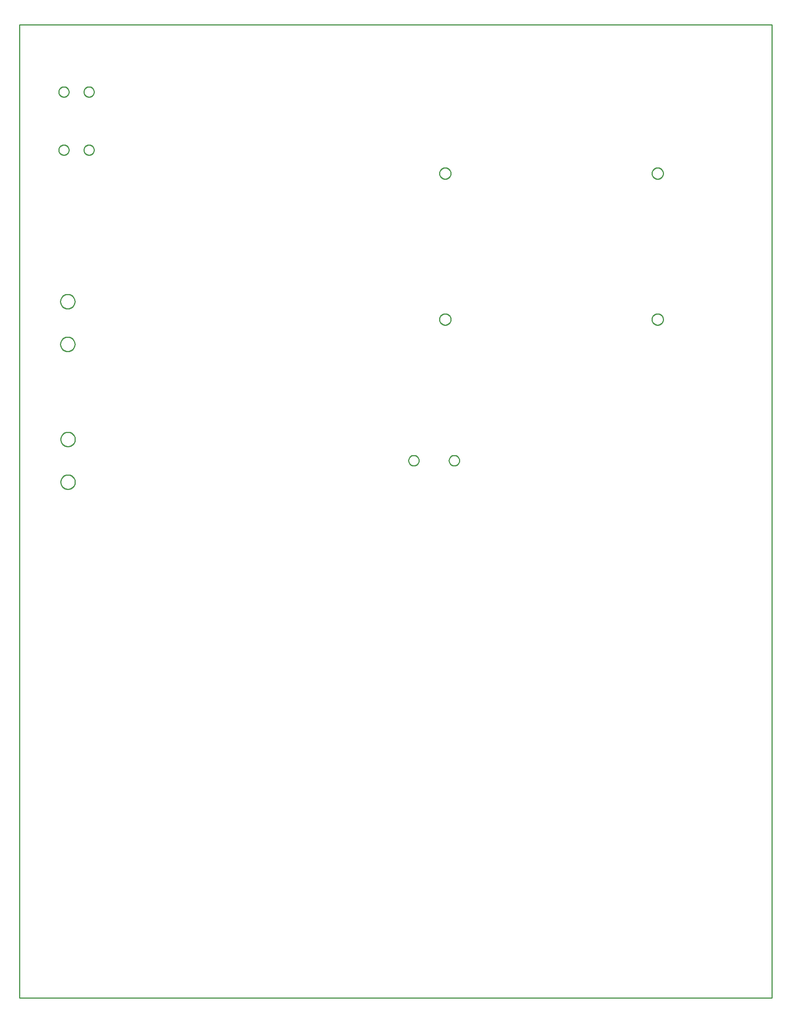
<source format=gbr>
G04 EAGLE Gerber RS-274X export*
G75*
%MOMM*%
%FSLAX34Y34*%
%LPD*%
%IN*%
%IPPOS*%
%AMOC8*
5,1,8,0,0,1.08239X$1,22.5*%
G01*
%ADD10C,0.000000*%
%ADD11C,0.254000*%


D10*
X0Y0D02*
X1700000Y0D01*
X1700000Y2200000D01*
X0Y2200000D01*
X0Y0D01*
X145600Y2048300D02*
X145603Y2048582D01*
X145614Y2048864D01*
X145631Y2049146D01*
X145655Y2049427D01*
X145686Y2049708D01*
X145724Y2049987D01*
X145769Y2050266D01*
X145821Y2050544D01*
X145879Y2050820D01*
X145945Y2051094D01*
X146017Y2051367D01*
X146095Y2051638D01*
X146180Y2051907D01*
X146272Y2052174D01*
X146371Y2052439D01*
X146475Y2052701D01*
X146587Y2052960D01*
X146704Y2053217D01*
X146828Y2053471D01*
X146958Y2053721D01*
X147094Y2053968D01*
X147236Y2054212D01*
X147384Y2054452D01*
X147538Y2054689D01*
X147698Y2054922D01*
X147863Y2055151D01*
X148034Y2055375D01*
X148210Y2055596D01*
X148392Y2055811D01*
X148579Y2056023D01*
X148771Y2056230D01*
X148968Y2056432D01*
X149170Y2056629D01*
X149377Y2056821D01*
X149589Y2057008D01*
X149804Y2057190D01*
X150025Y2057366D01*
X150249Y2057537D01*
X150478Y2057702D01*
X150711Y2057862D01*
X150948Y2058016D01*
X151188Y2058164D01*
X151432Y2058306D01*
X151679Y2058442D01*
X151929Y2058572D01*
X152183Y2058696D01*
X152440Y2058813D01*
X152699Y2058925D01*
X152961Y2059029D01*
X153226Y2059128D01*
X153493Y2059220D01*
X153762Y2059305D01*
X154033Y2059383D01*
X154306Y2059455D01*
X154580Y2059521D01*
X154856Y2059579D01*
X155134Y2059631D01*
X155413Y2059676D01*
X155692Y2059714D01*
X155973Y2059745D01*
X156254Y2059769D01*
X156536Y2059786D01*
X156818Y2059797D01*
X157100Y2059800D01*
X157382Y2059797D01*
X157664Y2059786D01*
X157946Y2059769D01*
X158227Y2059745D01*
X158508Y2059714D01*
X158787Y2059676D01*
X159066Y2059631D01*
X159344Y2059579D01*
X159620Y2059521D01*
X159894Y2059455D01*
X160167Y2059383D01*
X160438Y2059305D01*
X160707Y2059220D01*
X160974Y2059128D01*
X161239Y2059029D01*
X161501Y2058925D01*
X161760Y2058813D01*
X162017Y2058696D01*
X162271Y2058572D01*
X162521Y2058442D01*
X162768Y2058306D01*
X163012Y2058164D01*
X163252Y2058016D01*
X163489Y2057862D01*
X163722Y2057702D01*
X163951Y2057537D01*
X164175Y2057366D01*
X164396Y2057190D01*
X164611Y2057008D01*
X164823Y2056821D01*
X165030Y2056629D01*
X165232Y2056432D01*
X165429Y2056230D01*
X165621Y2056023D01*
X165808Y2055811D01*
X165990Y2055596D01*
X166166Y2055375D01*
X166337Y2055151D01*
X166502Y2054922D01*
X166662Y2054689D01*
X166816Y2054452D01*
X166964Y2054212D01*
X167106Y2053968D01*
X167242Y2053721D01*
X167372Y2053471D01*
X167496Y2053217D01*
X167613Y2052960D01*
X167725Y2052701D01*
X167829Y2052439D01*
X167928Y2052174D01*
X168020Y2051907D01*
X168105Y2051638D01*
X168183Y2051367D01*
X168255Y2051094D01*
X168321Y2050820D01*
X168379Y2050544D01*
X168431Y2050266D01*
X168476Y2049987D01*
X168514Y2049708D01*
X168545Y2049427D01*
X168569Y2049146D01*
X168586Y2048864D01*
X168597Y2048582D01*
X168600Y2048300D01*
X168597Y2048018D01*
X168586Y2047736D01*
X168569Y2047454D01*
X168545Y2047173D01*
X168514Y2046892D01*
X168476Y2046613D01*
X168431Y2046334D01*
X168379Y2046056D01*
X168321Y2045780D01*
X168255Y2045506D01*
X168183Y2045233D01*
X168105Y2044962D01*
X168020Y2044693D01*
X167928Y2044426D01*
X167829Y2044161D01*
X167725Y2043899D01*
X167613Y2043640D01*
X167496Y2043383D01*
X167372Y2043129D01*
X167242Y2042879D01*
X167106Y2042632D01*
X166964Y2042388D01*
X166816Y2042148D01*
X166662Y2041911D01*
X166502Y2041678D01*
X166337Y2041449D01*
X166166Y2041225D01*
X165990Y2041004D01*
X165808Y2040789D01*
X165621Y2040577D01*
X165429Y2040370D01*
X165232Y2040168D01*
X165030Y2039971D01*
X164823Y2039779D01*
X164611Y2039592D01*
X164396Y2039410D01*
X164175Y2039234D01*
X163951Y2039063D01*
X163722Y2038898D01*
X163489Y2038738D01*
X163252Y2038584D01*
X163012Y2038436D01*
X162768Y2038294D01*
X162521Y2038158D01*
X162271Y2038028D01*
X162017Y2037904D01*
X161760Y2037787D01*
X161501Y2037675D01*
X161239Y2037571D01*
X160974Y2037472D01*
X160707Y2037380D01*
X160438Y2037295D01*
X160167Y2037217D01*
X159894Y2037145D01*
X159620Y2037079D01*
X159344Y2037021D01*
X159066Y2036969D01*
X158787Y2036924D01*
X158508Y2036886D01*
X158227Y2036855D01*
X157946Y2036831D01*
X157664Y2036814D01*
X157382Y2036803D01*
X157100Y2036800D01*
X156818Y2036803D01*
X156536Y2036814D01*
X156254Y2036831D01*
X155973Y2036855D01*
X155692Y2036886D01*
X155413Y2036924D01*
X155134Y2036969D01*
X154856Y2037021D01*
X154580Y2037079D01*
X154306Y2037145D01*
X154033Y2037217D01*
X153762Y2037295D01*
X153493Y2037380D01*
X153226Y2037472D01*
X152961Y2037571D01*
X152699Y2037675D01*
X152440Y2037787D01*
X152183Y2037904D01*
X151929Y2038028D01*
X151679Y2038158D01*
X151432Y2038294D01*
X151188Y2038436D01*
X150948Y2038584D01*
X150711Y2038738D01*
X150478Y2038898D01*
X150249Y2039063D01*
X150025Y2039234D01*
X149804Y2039410D01*
X149589Y2039592D01*
X149377Y2039779D01*
X149170Y2039971D01*
X148968Y2040168D01*
X148771Y2040370D01*
X148579Y2040577D01*
X148392Y2040789D01*
X148210Y2041004D01*
X148034Y2041225D01*
X147863Y2041449D01*
X147698Y2041678D01*
X147538Y2041911D01*
X147384Y2042148D01*
X147236Y2042388D01*
X147094Y2042632D01*
X146958Y2042879D01*
X146828Y2043129D01*
X146704Y2043383D01*
X146587Y2043640D01*
X146475Y2043899D01*
X146371Y2044161D01*
X146272Y2044426D01*
X146180Y2044693D01*
X146095Y2044962D01*
X146017Y2045233D01*
X145945Y2045506D01*
X145879Y2045780D01*
X145821Y2046056D01*
X145769Y2046334D01*
X145724Y2046613D01*
X145686Y2046892D01*
X145655Y2047173D01*
X145631Y2047454D01*
X145614Y2047736D01*
X145603Y2048018D01*
X145600Y2048300D01*
X88800Y2048300D02*
X88803Y2048582D01*
X88814Y2048864D01*
X88831Y2049146D01*
X88855Y2049427D01*
X88886Y2049708D01*
X88924Y2049987D01*
X88969Y2050266D01*
X89021Y2050544D01*
X89079Y2050820D01*
X89145Y2051094D01*
X89217Y2051367D01*
X89295Y2051638D01*
X89380Y2051907D01*
X89472Y2052174D01*
X89571Y2052439D01*
X89675Y2052701D01*
X89787Y2052960D01*
X89904Y2053217D01*
X90028Y2053471D01*
X90158Y2053721D01*
X90294Y2053968D01*
X90436Y2054212D01*
X90584Y2054452D01*
X90738Y2054689D01*
X90898Y2054922D01*
X91063Y2055151D01*
X91234Y2055375D01*
X91410Y2055596D01*
X91592Y2055811D01*
X91779Y2056023D01*
X91971Y2056230D01*
X92168Y2056432D01*
X92370Y2056629D01*
X92577Y2056821D01*
X92789Y2057008D01*
X93004Y2057190D01*
X93225Y2057366D01*
X93449Y2057537D01*
X93678Y2057702D01*
X93911Y2057862D01*
X94148Y2058016D01*
X94388Y2058164D01*
X94632Y2058306D01*
X94879Y2058442D01*
X95129Y2058572D01*
X95383Y2058696D01*
X95640Y2058813D01*
X95899Y2058925D01*
X96161Y2059029D01*
X96426Y2059128D01*
X96693Y2059220D01*
X96962Y2059305D01*
X97233Y2059383D01*
X97506Y2059455D01*
X97780Y2059521D01*
X98056Y2059579D01*
X98334Y2059631D01*
X98613Y2059676D01*
X98892Y2059714D01*
X99173Y2059745D01*
X99454Y2059769D01*
X99736Y2059786D01*
X100018Y2059797D01*
X100300Y2059800D01*
X100582Y2059797D01*
X100864Y2059786D01*
X101146Y2059769D01*
X101427Y2059745D01*
X101708Y2059714D01*
X101987Y2059676D01*
X102266Y2059631D01*
X102544Y2059579D01*
X102820Y2059521D01*
X103094Y2059455D01*
X103367Y2059383D01*
X103638Y2059305D01*
X103907Y2059220D01*
X104174Y2059128D01*
X104439Y2059029D01*
X104701Y2058925D01*
X104960Y2058813D01*
X105217Y2058696D01*
X105471Y2058572D01*
X105721Y2058442D01*
X105968Y2058306D01*
X106212Y2058164D01*
X106452Y2058016D01*
X106689Y2057862D01*
X106922Y2057702D01*
X107151Y2057537D01*
X107375Y2057366D01*
X107596Y2057190D01*
X107811Y2057008D01*
X108023Y2056821D01*
X108230Y2056629D01*
X108432Y2056432D01*
X108629Y2056230D01*
X108821Y2056023D01*
X109008Y2055811D01*
X109190Y2055596D01*
X109366Y2055375D01*
X109537Y2055151D01*
X109702Y2054922D01*
X109862Y2054689D01*
X110016Y2054452D01*
X110164Y2054212D01*
X110306Y2053968D01*
X110442Y2053721D01*
X110572Y2053471D01*
X110696Y2053217D01*
X110813Y2052960D01*
X110925Y2052701D01*
X111029Y2052439D01*
X111128Y2052174D01*
X111220Y2051907D01*
X111305Y2051638D01*
X111383Y2051367D01*
X111455Y2051094D01*
X111521Y2050820D01*
X111579Y2050544D01*
X111631Y2050266D01*
X111676Y2049987D01*
X111714Y2049708D01*
X111745Y2049427D01*
X111769Y2049146D01*
X111786Y2048864D01*
X111797Y2048582D01*
X111800Y2048300D01*
X111797Y2048018D01*
X111786Y2047736D01*
X111769Y2047454D01*
X111745Y2047173D01*
X111714Y2046892D01*
X111676Y2046613D01*
X111631Y2046334D01*
X111579Y2046056D01*
X111521Y2045780D01*
X111455Y2045506D01*
X111383Y2045233D01*
X111305Y2044962D01*
X111220Y2044693D01*
X111128Y2044426D01*
X111029Y2044161D01*
X110925Y2043899D01*
X110813Y2043640D01*
X110696Y2043383D01*
X110572Y2043129D01*
X110442Y2042879D01*
X110306Y2042632D01*
X110164Y2042388D01*
X110016Y2042148D01*
X109862Y2041911D01*
X109702Y2041678D01*
X109537Y2041449D01*
X109366Y2041225D01*
X109190Y2041004D01*
X109008Y2040789D01*
X108821Y2040577D01*
X108629Y2040370D01*
X108432Y2040168D01*
X108230Y2039971D01*
X108023Y2039779D01*
X107811Y2039592D01*
X107596Y2039410D01*
X107375Y2039234D01*
X107151Y2039063D01*
X106922Y2038898D01*
X106689Y2038738D01*
X106452Y2038584D01*
X106212Y2038436D01*
X105968Y2038294D01*
X105721Y2038158D01*
X105471Y2038028D01*
X105217Y2037904D01*
X104960Y2037787D01*
X104701Y2037675D01*
X104439Y2037571D01*
X104174Y2037472D01*
X103907Y2037380D01*
X103638Y2037295D01*
X103367Y2037217D01*
X103094Y2037145D01*
X102820Y2037079D01*
X102544Y2037021D01*
X102266Y2036969D01*
X101987Y2036924D01*
X101708Y2036886D01*
X101427Y2036855D01*
X101146Y2036831D01*
X100864Y2036814D01*
X100582Y2036803D01*
X100300Y2036800D01*
X100018Y2036803D01*
X99736Y2036814D01*
X99454Y2036831D01*
X99173Y2036855D01*
X98892Y2036886D01*
X98613Y2036924D01*
X98334Y2036969D01*
X98056Y2037021D01*
X97780Y2037079D01*
X97506Y2037145D01*
X97233Y2037217D01*
X96962Y2037295D01*
X96693Y2037380D01*
X96426Y2037472D01*
X96161Y2037571D01*
X95899Y2037675D01*
X95640Y2037787D01*
X95383Y2037904D01*
X95129Y2038028D01*
X94879Y2038158D01*
X94632Y2038294D01*
X94388Y2038436D01*
X94148Y2038584D01*
X93911Y2038738D01*
X93678Y2038898D01*
X93449Y2039063D01*
X93225Y2039234D01*
X93004Y2039410D01*
X92789Y2039592D01*
X92577Y2039779D01*
X92370Y2039971D01*
X92168Y2040168D01*
X91971Y2040370D01*
X91779Y2040577D01*
X91592Y2040789D01*
X91410Y2041004D01*
X91234Y2041225D01*
X91063Y2041449D01*
X90898Y2041678D01*
X90738Y2041911D01*
X90584Y2042148D01*
X90436Y2042388D01*
X90294Y2042632D01*
X90158Y2042879D01*
X90028Y2043129D01*
X89904Y2043383D01*
X89787Y2043640D01*
X89675Y2043899D01*
X89571Y2044161D01*
X89472Y2044426D01*
X89380Y2044693D01*
X89295Y2044962D01*
X89217Y2045233D01*
X89145Y2045506D01*
X89079Y2045780D01*
X89021Y2046056D01*
X88969Y2046334D01*
X88924Y2046613D01*
X88886Y2046892D01*
X88855Y2047173D01*
X88831Y2047454D01*
X88814Y2047736D01*
X88803Y2048018D01*
X88800Y2048300D01*
X145600Y1916900D02*
X145603Y1917182D01*
X145614Y1917464D01*
X145631Y1917746D01*
X145655Y1918027D01*
X145686Y1918308D01*
X145724Y1918587D01*
X145769Y1918866D01*
X145821Y1919144D01*
X145879Y1919420D01*
X145945Y1919694D01*
X146017Y1919967D01*
X146095Y1920238D01*
X146180Y1920507D01*
X146272Y1920774D01*
X146371Y1921039D01*
X146475Y1921301D01*
X146587Y1921560D01*
X146704Y1921817D01*
X146828Y1922071D01*
X146958Y1922321D01*
X147094Y1922568D01*
X147236Y1922812D01*
X147384Y1923052D01*
X147538Y1923289D01*
X147698Y1923522D01*
X147863Y1923751D01*
X148034Y1923975D01*
X148210Y1924196D01*
X148392Y1924411D01*
X148579Y1924623D01*
X148771Y1924830D01*
X148968Y1925032D01*
X149170Y1925229D01*
X149377Y1925421D01*
X149589Y1925608D01*
X149804Y1925790D01*
X150025Y1925966D01*
X150249Y1926137D01*
X150478Y1926302D01*
X150711Y1926462D01*
X150948Y1926616D01*
X151188Y1926764D01*
X151432Y1926906D01*
X151679Y1927042D01*
X151929Y1927172D01*
X152183Y1927296D01*
X152440Y1927413D01*
X152699Y1927525D01*
X152961Y1927629D01*
X153226Y1927728D01*
X153493Y1927820D01*
X153762Y1927905D01*
X154033Y1927983D01*
X154306Y1928055D01*
X154580Y1928121D01*
X154856Y1928179D01*
X155134Y1928231D01*
X155413Y1928276D01*
X155692Y1928314D01*
X155973Y1928345D01*
X156254Y1928369D01*
X156536Y1928386D01*
X156818Y1928397D01*
X157100Y1928400D01*
X157382Y1928397D01*
X157664Y1928386D01*
X157946Y1928369D01*
X158227Y1928345D01*
X158508Y1928314D01*
X158787Y1928276D01*
X159066Y1928231D01*
X159344Y1928179D01*
X159620Y1928121D01*
X159894Y1928055D01*
X160167Y1927983D01*
X160438Y1927905D01*
X160707Y1927820D01*
X160974Y1927728D01*
X161239Y1927629D01*
X161501Y1927525D01*
X161760Y1927413D01*
X162017Y1927296D01*
X162271Y1927172D01*
X162521Y1927042D01*
X162768Y1926906D01*
X163012Y1926764D01*
X163252Y1926616D01*
X163489Y1926462D01*
X163722Y1926302D01*
X163951Y1926137D01*
X164175Y1925966D01*
X164396Y1925790D01*
X164611Y1925608D01*
X164823Y1925421D01*
X165030Y1925229D01*
X165232Y1925032D01*
X165429Y1924830D01*
X165621Y1924623D01*
X165808Y1924411D01*
X165990Y1924196D01*
X166166Y1923975D01*
X166337Y1923751D01*
X166502Y1923522D01*
X166662Y1923289D01*
X166816Y1923052D01*
X166964Y1922812D01*
X167106Y1922568D01*
X167242Y1922321D01*
X167372Y1922071D01*
X167496Y1921817D01*
X167613Y1921560D01*
X167725Y1921301D01*
X167829Y1921039D01*
X167928Y1920774D01*
X168020Y1920507D01*
X168105Y1920238D01*
X168183Y1919967D01*
X168255Y1919694D01*
X168321Y1919420D01*
X168379Y1919144D01*
X168431Y1918866D01*
X168476Y1918587D01*
X168514Y1918308D01*
X168545Y1918027D01*
X168569Y1917746D01*
X168586Y1917464D01*
X168597Y1917182D01*
X168600Y1916900D01*
X168597Y1916618D01*
X168586Y1916336D01*
X168569Y1916054D01*
X168545Y1915773D01*
X168514Y1915492D01*
X168476Y1915213D01*
X168431Y1914934D01*
X168379Y1914656D01*
X168321Y1914380D01*
X168255Y1914106D01*
X168183Y1913833D01*
X168105Y1913562D01*
X168020Y1913293D01*
X167928Y1913026D01*
X167829Y1912761D01*
X167725Y1912499D01*
X167613Y1912240D01*
X167496Y1911983D01*
X167372Y1911729D01*
X167242Y1911479D01*
X167106Y1911232D01*
X166964Y1910988D01*
X166816Y1910748D01*
X166662Y1910511D01*
X166502Y1910278D01*
X166337Y1910049D01*
X166166Y1909825D01*
X165990Y1909604D01*
X165808Y1909389D01*
X165621Y1909177D01*
X165429Y1908970D01*
X165232Y1908768D01*
X165030Y1908571D01*
X164823Y1908379D01*
X164611Y1908192D01*
X164396Y1908010D01*
X164175Y1907834D01*
X163951Y1907663D01*
X163722Y1907498D01*
X163489Y1907338D01*
X163252Y1907184D01*
X163012Y1907036D01*
X162768Y1906894D01*
X162521Y1906758D01*
X162271Y1906628D01*
X162017Y1906504D01*
X161760Y1906387D01*
X161501Y1906275D01*
X161239Y1906171D01*
X160974Y1906072D01*
X160707Y1905980D01*
X160438Y1905895D01*
X160167Y1905817D01*
X159894Y1905745D01*
X159620Y1905679D01*
X159344Y1905621D01*
X159066Y1905569D01*
X158787Y1905524D01*
X158508Y1905486D01*
X158227Y1905455D01*
X157946Y1905431D01*
X157664Y1905414D01*
X157382Y1905403D01*
X157100Y1905400D01*
X156818Y1905403D01*
X156536Y1905414D01*
X156254Y1905431D01*
X155973Y1905455D01*
X155692Y1905486D01*
X155413Y1905524D01*
X155134Y1905569D01*
X154856Y1905621D01*
X154580Y1905679D01*
X154306Y1905745D01*
X154033Y1905817D01*
X153762Y1905895D01*
X153493Y1905980D01*
X153226Y1906072D01*
X152961Y1906171D01*
X152699Y1906275D01*
X152440Y1906387D01*
X152183Y1906504D01*
X151929Y1906628D01*
X151679Y1906758D01*
X151432Y1906894D01*
X151188Y1907036D01*
X150948Y1907184D01*
X150711Y1907338D01*
X150478Y1907498D01*
X150249Y1907663D01*
X150025Y1907834D01*
X149804Y1908010D01*
X149589Y1908192D01*
X149377Y1908379D01*
X149170Y1908571D01*
X148968Y1908768D01*
X148771Y1908970D01*
X148579Y1909177D01*
X148392Y1909389D01*
X148210Y1909604D01*
X148034Y1909825D01*
X147863Y1910049D01*
X147698Y1910278D01*
X147538Y1910511D01*
X147384Y1910748D01*
X147236Y1910988D01*
X147094Y1911232D01*
X146958Y1911479D01*
X146828Y1911729D01*
X146704Y1911983D01*
X146587Y1912240D01*
X146475Y1912499D01*
X146371Y1912761D01*
X146272Y1913026D01*
X146180Y1913293D01*
X146095Y1913562D01*
X146017Y1913833D01*
X145945Y1914106D01*
X145879Y1914380D01*
X145821Y1914656D01*
X145769Y1914934D01*
X145724Y1915213D01*
X145686Y1915492D01*
X145655Y1915773D01*
X145631Y1916054D01*
X145614Y1916336D01*
X145603Y1916618D01*
X145600Y1916900D01*
X88800Y1916900D02*
X88803Y1917182D01*
X88814Y1917464D01*
X88831Y1917746D01*
X88855Y1918027D01*
X88886Y1918308D01*
X88924Y1918587D01*
X88969Y1918866D01*
X89021Y1919144D01*
X89079Y1919420D01*
X89145Y1919694D01*
X89217Y1919967D01*
X89295Y1920238D01*
X89380Y1920507D01*
X89472Y1920774D01*
X89571Y1921039D01*
X89675Y1921301D01*
X89787Y1921560D01*
X89904Y1921817D01*
X90028Y1922071D01*
X90158Y1922321D01*
X90294Y1922568D01*
X90436Y1922812D01*
X90584Y1923052D01*
X90738Y1923289D01*
X90898Y1923522D01*
X91063Y1923751D01*
X91234Y1923975D01*
X91410Y1924196D01*
X91592Y1924411D01*
X91779Y1924623D01*
X91971Y1924830D01*
X92168Y1925032D01*
X92370Y1925229D01*
X92577Y1925421D01*
X92789Y1925608D01*
X93004Y1925790D01*
X93225Y1925966D01*
X93449Y1926137D01*
X93678Y1926302D01*
X93911Y1926462D01*
X94148Y1926616D01*
X94388Y1926764D01*
X94632Y1926906D01*
X94879Y1927042D01*
X95129Y1927172D01*
X95383Y1927296D01*
X95640Y1927413D01*
X95899Y1927525D01*
X96161Y1927629D01*
X96426Y1927728D01*
X96693Y1927820D01*
X96962Y1927905D01*
X97233Y1927983D01*
X97506Y1928055D01*
X97780Y1928121D01*
X98056Y1928179D01*
X98334Y1928231D01*
X98613Y1928276D01*
X98892Y1928314D01*
X99173Y1928345D01*
X99454Y1928369D01*
X99736Y1928386D01*
X100018Y1928397D01*
X100300Y1928400D01*
X100582Y1928397D01*
X100864Y1928386D01*
X101146Y1928369D01*
X101427Y1928345D01*
X101708Y1928314D01*
X101987Y1928276D01*
X102266Y1928231D01*
X102544Y1928179D01*
X102820Y1928121D01*
X103094Y1928055D01*
X103367Y1927983D01*
X103638Y1927905D01*
X103907Y1927820D01*
X104174Y1927728D01*
X104439Y1927629D01*
X104701Y1927525D01*
X104960Y1927413D01*
X105217Y1927296D01*
X105471Y1927172D01*
X105721Y1927042D01*
X105968Y1926906D01*
X106212Y1926764D01*
X106452Y1926616D01*
X106689Y1926462D01*
X106922Y1926302D01*
X107151Y1926137D01*
X107375Y1925966D01*
X107596Y1925790D01*
X107811Y1925608D01*
X108023Y1925421D01*
X108230Y1925229D01*
X108432Y1925032D01*
X108629Y1924830D01*
X108821Y1924623D01*
X109008Y1924411D01*
X109190Y1924196D01*
X109366Y1923975D01*
X109537Y1923751D01*
X109702Y1923522D01*
X109862Y1923289D01*
X110016Y1923052D01*
X110164Y1922812D01*
X110306Y1922568D01*
X110442Y1922321D01*
X110572Y1922071D01*
X110696Y1921817D01*
X110813Y1921560D01*
X110925Y1921301D01*
X111029Y1921039D01*
X111128Y1920774D01*
X111220Y1920507D01*
X111305Y1920238D01*
X111383Y1919967D01*
X111455Y1919694D01*
X111521Y1919420D01*
X111579Y1919144D01*
X111631Y1918866D01*
X111676Y1918587D01*
X111714Y1918308D01*
X111745Y1918027D01*
X111769Y1917746D01*
X111786Y1917464D01*
X111797Y1917182D01*
X111800Y1916900D01*
X111797Y1916618D01*
X111786Y1916336D01*
X111769Y1916054D01*
X111745Y1915773D01*
X111714Y1915492D01*
X111676Y1915213D01*
X111631Y1914934D01*
X111579Y1914656D01*
X111521Y1914380D01*
X111455Y1914106D01*
X111383Y1913833D01*
X111305Y1913562D01*
X111220Y1913293D01*
X111128Y1913026D01*
X111029Y1912761D01*
X110925Y1912499D01*
X110813Y1912240D01*
X110696Y1911983D01*
X110572Y1911729D01*
X110442Y1911479D01*
X110306Y1911232D01*
X110164Y1910988D01*
X110016Y1910748D01*
X109862Y1910511D01*
X109702Y1910278D01*
X109537Y1910049D01*
X109366Y1909825D01*
X109190Y1909604D01*
X109008Y1909389D01*
X108821Y1909177D01*
X108629Y1908970D01*
X108432Y1908768D01*
X108230Y1908571D01*
X108023Y1908379D01*
X107811Y1908192D01*
X107596Y1908010D01*
X107375Y1907834D01*
X107151Y1907663D01*
X106922Y1907498D01*
X106689Y1907338D01*
X106452Y1907184D01*
X106212Y1907036D01*
X105968Y1906894D01*
X105721Y1906758D01*
X105471Y1906628D01*
X105217Y1906504D01*
X104960Y1906387D01*
X104701Y1906275D01*
X104439Y1906171D01*
X104174Y1906072D01*
X103907Y1905980D01*
X103638Y1905895D01*
X103367Y1905817D01*
X103094Y1905745D01*
X102820Y1905679D01*
X102544Y1905621D01*
X102266Y1905569D01*
X101987Y1905524D01*
X101708Y1905486D01*
X101427Y1905455D01*
X101146Y1905431D01*
X100864Y1905414D01*
X100582Y1905403D01*
X100300Y1905400D01*
X100018Y1905403D01*
X99736Y1905414D01*
X99454Y1905431D01*
X99173Y1905455D01*
X98892Y1905486D01*
X98613Y1905524D01*
X98334Y1905569D01*
X98056Y1905621D01*
X97780Y1905679D01*
X97506Y1905745D01*
X97233Y1905817D01*
X96962Y1905895D01*
X96693Y1905980D01*
X96426Y1906072D01*
X96161Y1906171D01*
X95899Y1906275D01*
X95640Y1906387D01*
X95383Y1906504D01*
X95129Y1906628D01*
X94879Y1906758D01*
X94632Y1906894D01*
X94388Y1907036D01*
X94148Y1907184D01*
X93911Y1907338D01*
X93678Y1907498D01*
X93449Y1907663D01*
X93225Y1907834D01*
X93004Y1908010D01*
X92789Y1908192D01*
X92577Y1908379D01*
X92370Y1908571D01*
X92168Y1908768D01*
X91971Y1908970D01*
X91779Y1909177D01*
X91592Y1909389D01*
X91410Y1909604D01*
X91234Y1909825D01*
X91063Y1910049D01*
X90898Y1910278D01*
X90738Y1910511D01*
X90584Y1910748D01*
X90436Y1910988D01*
X90294Y1911232D01*
X90158Y1911479D01*
X90028Y1911729D01*
X89904Y1911983D01*
X89787Y1912240D01*
X89675Y1912499D01*
X89571Y1912761D01*
X89472Y1913026D01*
X89380Y1913293D01*
X89295Y1913562D01*
X89217Y1913833D01*
X89145Y1914106D01*
X89079Y1914380D01*
X89021Y1914656D01*
X88969Y1914934D01*
X88924Y1915213D01*
X88886Y1915492D01*
X88855Y1915773D01*
X88831Y1916054D01*
X88814Y1916336D01*
X88803Y1916618D01*
X88800Y1916900D01*
X92744Y1477940D02*
X92749Y1478339D01*
X92764Y1478738D01*
X92788Y1479136D01*
X92822Y1479533D01*
X92866Y1479930D01*
X92920Y1480325D01*
X92983Y1480719D01*
X93056Y1481111D01*
X93139Y1481502D01*
X93231Y1481890D01*
X93333Y1482276D01*
X93444Y1482659D01*
X93564Y1483039D01*
X93694Y1483416D01*
X93833Y1483790D01*
X93981Y1484161D01*
X94139Y1484528D01*
X94305Y1484890D01*
X94480Y1485249D01*
X94663Y1485603D01*
X94856Y1485953D01*
X95057Y1486297D01*
X95266Y1486637D01*
X95484Y1486971D01*
X95709Y1487300D01*
X95943Y1487624D01*
X96185Y1487941D01*
X96434Y1488253D01*
X96691Y1488558D01*
X96955Y1488857D01*
X97227Y1489149D01*
X97505Y1489435D01*
X97791Y1489713D01*
X98083Y1489985D01*
X98382Y1490249D01*
X98687Y1490506D01*
X98999Y1490755D01*
X99316Y1490997D01*
X99640Y1491231D01*
X99969Y1491456D01*
X100303Y1491674D01*
X100643Y1491883D01*
X100987Y1492084D01*
X101337Y1492277D01*
X101691Y1492460D01*
X102050Y1492635D01*
X102412Y1492801D01*
X102779Y1492959D01*
X103150Y1493107D01*
X103524Y1493246D01*
X103901Y1493376D01*
X104281Y1493496D01*
X104664Y1493607D01*
X105050Y1493709D01*
X105438Y1493801D01*
X105829Y1493884D01*
X106221Y1493957D01*
X106615Y1494020D01*
X107010Y1494074D01*
X107407Y1494118D01*
X107804Y1494152D01*
X108202Y1494176D01*
X108601Y1494191D01*
X109000Y1494196D01*
X109399Y1494191D01*
X109798Y1494176D01*
X110196Y1494152D01*
X110593Y1494118D01*
X110990Y1494074D01*
X111385Y1494020D01*
X111779Y1493957D01*
X112171Y1493884D01*
X112562Y1493801D01*
X112950Y1493709D01*
X113336Y1493607D01*
X113719Y1493496D01*
X114099Y1493376D01*
X114476Y1493246D01*
X114850Y1493107D01*
X115221Y1492959D01*
X115588Y1492801D01*
X115950Y1492635D01*
X116309Y1492460D01*
X116663Y1492277D01*
X117013Y1492084D01*
X117357Y1491883D01*
X117697Y1491674D01*
X118031Y1491456D01*
X118360Y1491231D01*
X118684Y1490997D01*
X119001Y1490755D01*
X119313Y1490506D01*
X119618Y1490249D01*
X119917Y1489985D01*
X120209Y1489713D01*
X120495Y1489435D01*
X120773Y1489149D01*
X121045Y1488857D01*
X121309Y1488558D01*
X121566Y1488253D01*
X121815Y1487941D01*
X122057Y1487624D01*
X122291Y1487300D01*
X122516Y1486971D01*
X122734Y1486637D01*
X122943Y1486297D01*
X123144Y1485953D01*
X123337Y1485603D01*
X123520Y1485249D01*
X123695Y1484890D01*
X123861Y1484528D01*
X124019Y1484161D01*
X124167Y1483790D01*
X124306Y1483416D01*
X124436Y1483039D01*
X124556Y1482659D01*
X124667Y1482276D01*
X124769Y1481890D01*
X124861Y1481502D01*
X124944Y1481111D01*
X125017Y1480719D01*
X125080Y1480325D01*
X125134Y1479930D01*
X125178Y1479533D01*
X125212Y1479136D01*
X125236Y1478738D01*
X125251Y1478339D01*
X125256Y1477940D01*
X125251Y1477541D01*
X125236Y1477142D01*
X125212Y1476744D01*
X125178Y1476347D01*
X125134Y1475950D01*
X125080Y1475555D01*
X125017Y1475161D01*
X124944Y1474769D01*
X124861Y1474378D01*
X124769Y1473990D01*
X124667Y1473604D01*
X124556Y1473221D01*
X124436Y1472841D01*
X124306Y1472464D01*
X124167Y1472090D01*
X124019Y1471719D01*
X123861Y1471352D01*
X123695Y1470990D01*
X123520Y1470631D01*
X123337Y1470277D01*
X123144Y1469927D01*
X122943Y1469583D01*
X122734Y1469243D01*
X122516Y1468909D01*
X122291Y1468580D01*
X122057Y1468256D01*
X121815Y1467939D01*
X121566Y1467627D01*
X121309Y1467322D01*
X121045Y1467023D01*
X120773Y1466731D01*
X120495Y1466445D01*
X120209Y1466167D01*
X119917Y1465895D01*
X119618Y1465631D01*
X119313Y1465374D01*
X119001Y1465125D01*
X118684Y1464883D01*
X118360Y1464649D01*
X118031Y1464424D01*
X117697Y1464206D01*
X117357Y1463997D01*
X117013Y1463796D01*
X116663Y1463603D01*
X116309Y1463420D01*
X115950Y1463245D01*
X115588Y1463079D01*
X115221Y1462921D01*
X114850Y1462773D01*
X114476Y1462634D01*
X114099Y1462504D01*
X113719Y1462384D01*
X113336Y1462273D01*
X112950Y1462171D01*
X112562Y1462079D01*
X112171Y1461996D01*
X111779Y1461923D01*
X111385Y1461860D01*
X110990Y1461806D01*
X110593Y1461762D01*
X110196Y1461728D01*
X109798Y1461704D01*
X109399Y1461689D01*
X109000Y1461684D01*
X108601Y1461689D01*
X108202Y1461704D01*
X107804Y1461728D01*
X107407Y1461762D01*
X107010Y1461806D01*
X106615Y1461860D01*
X106221Y1461923D01*
X105829Y1461996D01*
X105438Y1462079D01*
X105050Y1462171D01*
X104664Y1462273D01*
X104281Y1462384D01*
X103901Y1462504D01*
X103524Y1462634D01*
X103150Y1462773D01*
X102779Y1462921D01*
X102412Y1463079D01*
X102050Y1463245D01*
X101691Y1463420D01*
X101337Y1463603D01*
X100987Y1463796D01*
X100643Y1463997D01*
X100303Y1464206D01*
X99969Y1464424D01*
X99640Y1464649D01*
X99316Y1464883D01*
X98999Y1465125D01*
X98687Y1465374D01*
X98382Y1465631D01*
X98083Y1465895D01*
X97791Y1466167D01*
X97505Y1466445D01*
X97227Y1466731D01*
X96955Y1467023D01*
X96691Y1467322D01*
X96434Y1467627D01*
X96185Y1467939D01*
X95943Y1468256D01*
X95709Y1468580D01*
X95484Y1468909D01*
X95266Y1469243D01*
X95057Y1469583D01*
X94856Y1469927D01*
X94663Y1470277D01*
X94480Y1470631D01*
X94305Y1470990D01*
X94139Y1471352D01*
X93981Y1471719D01*
X93833Y1472090D01*
X93694Y1472464D01*
X93564Y1472841D01*
X93444Y1473221D01*
X93333Y1473604D01*
X93231Y1473990D01*
X93139Y1474378D01*
X93056Y1474769D01*
X92983Y1475161D01*
X92920Y1475555D01*
X92866Y1475950D01*
X92822Y1476347D01*
X92788Y1476744D01*
X92764Y1477142D01*
X92749Y1477541D01*
X92744Y1477940D01*
X92744Y1574460D02*
X92749Y1574859D01*
X92764Y1575258D01*
X92788Y1575656D01*
X92822Y1576053D01*
X92866Y1576450D01*
X92920Y1576845D01*
X92983Y1577239D01*
X93056Y1577631D01*
X93139Y1578022D01*
X93231Y1578410D01*
X93333Y1578796D01*
X93444Y1579179D01*
X93564Y1579559D01*
X93694Y1579936D01*
X93833Y1580310D01*
X93981Y1580681D01*
X94139Y1581048D01*
X94305Y1581410D01*
X94480Y1581769D01*
X94663Y1582123D01*
X94856Y1582473D01*
X95057Y1582817D01*
X95266Y1583157D01*
X95484Y1583491D01*
X95709Y1583820D01*
X95943Y1584144D01*
X96185Y1584461D01*
X96434Y1584773D01*
X96691Y1585078D01*
X96955Y1585377D01*
X97227Y1585669D01*
X97505Y1585955D01*
X97791Y1586233D01*
X98083Y1586505D01*
X98382Y1586769D01*
X98687Y1587026D01*
X98999Y1587275D01*
X99316Y1587517D01*
X99640Y1587751D01*
X99969Y1587976D01*
X100303Y1588194D01*
X100643Y1588403D01*
X100987Y1588604D01*
X101337Y1588797D01*
X101691Y1588980D01*
X102050Y1589155D01*
X102412Y1589321D01*
X102779Y1589479D01*
X103150Y1589627D01*
X103524Y1589766D01*
X103901Y1589896D01*
X104281Y1590016D01*
X104664Y1590127D01*
X105050Y1590229D01*
X105438Y1590321D01*
X105829Y1590404D01*
X106221Y1590477D01*
X106615Y1590540D01*
X107010Y1590594D01*
X107407Y1590638D01*
X107804Y1590672D01*
X108202Y1590696D01*
X108601Y1590711D01*
X109000Y1590716D01*
X109399Y1590711D01*
X109798Y1590696D01*
X110196Y1590672D01*
X110593Y1590638D01*
X110990Y1590594D01*
X111385Y1590540D01*
X111779Y1590477D01*
X112171Y1590404D01*
X112562Y1590321D01*
X112950Y1590229D01*
X113336Y1590127D01*
X113719Y1590016D01*
X114099Y1589896D01*
X114476Y1589766D01*
X114850Y1589627D01*
X115221Y1589479D01*
X115588Y1589321D01*
X115950Y1589155D01*
X116309Y1588980D01*
X116663Y1588797D01*
X117013Y1588604D01*
X117357Y1588403D01*
X117697Y1588194D01*
X118031Y1587976D01*
X118360Y1587751D01*
X118684Y1587517D01*
X119001Y1587275D01*
X119313Y1587026D01*
X119618Y1586769D01*
X119917Y1586505D01*
X120209Y1586233D01*
X120495Y1585955D01*
X120773Y1585669D01*
X121045Y1585377D01*
X121309Y1585078D01*
X121566Y1584773D01*
X121815Y1584461D01*
X122057Y1584144D01*
X122291Y1583820D01*
X122516Y1583491D01*
X122734Y1583157D01*
X122943Y1582817D01*
X123144Y1582473D01*
X123337Y1582123D01*
X123520Y1581769D01*
X123695Y1581410D01*
X123861Y1581048D01*
X124019Y1580681D01*
X124167Y1580310D01*
X124306Y1579936D01*
X124436Y1579559D01*
X124556Y1579179D01*
X124667Y1578796D01*
X124769Y1578410D01*
X124861Y1578022D01*
X124944Y1577631D01*
X125017Y1577239D01*
X125080Y1576845D01*
X125134Y1576450D01*
X125178Y1576053D01*
X125212Y1575656D01*
X125236Y1575258D01*
X125251Y1574859D01*
X125256Y1574460D01*
X125251Y1574061D01*
X125236Y1573662D01*
X125212Y1573264D01*
X125178Y1572867D01*
X125134Y1572470D01*
X125080Y1572075D01*
X125017Y1571681D01*
X124944Y1571289D01*
X124861Y1570898D01*
X124769Y1570510D01*
X124667Y1570124D01*
X124556Y1569741D01*
X124436Y1569361D01*
X124306Y1568984D01*
X124167Y1568610D01*
X124019Y1568239D01*
X123861Y1567872D01*
X123695Y1567510D01*
X123520Y1567151D01*
X123337Y1566797D01*
X123144Y1566447D01*
X122943Y1566103D01*
X122734Y1565763D01*
X122516Y1565429D01*
X122291Y1565100D01*
X122057Y1564776D01*
X121815Y1564459D01*
X121566Y1564147D01*
X121309Y1563842D01*
X121045Y1563543D01*
X120773Y1563251D01*
X120495Y1562965D01*
X120209Y1562687D01*
X119917Y1562415D01*
X119618Y1562151D01*
X119313Y1561894D01*
X119001Y1561645D01*
X118684Y1561403D01*
X118360Y1561169D01*
X118031Y1560944D01*
X117697Y1560726D01*
X117357Y1560517D01*
X117013Y1560316D01*
X116663Y1560123D01*
X116309Y1559940D01*
X115950Y1559765D01*
X115588Y1559599D01*
X115221Y1559441D01*
X114850Y1559293D01*
X114476Y1559154D01*
X114099Y1559024D01*
X113719Y1558904D01*
X113336Y1558793D01*
X112950Y1558691D01*
X112562Y1558599D01*
X112171Y1558516D01*
X111779Y1558443D01*
X111385Y1558380D01*
X110990Y1558326D01*
X110593Y1558282D01*
X110196Y1558248D01*
X109798Y1558224D01*
X109399Y1558209D01*
X109000Y1558204D01*
X108601Y1558209D01*
X108202Y1558224D01*
X107804Y1558248D01*
X107407Y1558282D01*
X107010Y1558326D01*
X106615Y1558380D01*
X106221Y1558443D01*
X105829Y1558516D01*
X105438Y1558599D01*
X105050Y1558691D01*
X104664Y1558793D01*
X104281Y1558904D01*
X103901Y1559024D01*
X103524Y1559154D01*
X103150Y1559293D01*
X102779Y1559441D01*
X102412Y1559599D01*
X102050Y1559765D01*
X101691Y1559940D01*
X101337Y1560123D01*
X100987Y1560316D01*
X100643Y1560517D01*
X100303Y1560726D01*
X99969Y1560944D01*
X99640Y1561169D01*
X99316Y1561403D01*
X98999Y1561645D01*
X98687Y1561894D01*
X98382Y1562151D01*
X98083Y1562415D01*
X97791Y1562687D01*
X97505Y1562965D01*
X97227Y1563251D01*
X96955Y1563543D01*
X96691Y1563842D01*
X96434Y1564147D01*
X96185Y1564459D01*
X95943Y1564776D01*
X95709Y1565100D01*
X95484Y1565429D01*
X95266Y1565763D01*
X95057Y1566103D01*
X94856Y1566447D01*
X94663Y1566797D01*
X94480Y1567151D01*
X94305Y1567510D01*
X94139Y1567872D01*
X93981Y1568239D01*
X93833Y1568610D01*
X93694Y1568984D01*
X93564Y1569361D01*
X93444Y1569741D01*
X93333Y1570124D01*
X93231Y1570510D01*
X93139Y1570898D01*
X93056Y1571289D01*
X92983Y1571681D01*
X92920Y1572075D01*
X92866Y1572470D01*
X92822Y1572867D01*
X92788Y1573264D01*
X92764Y1573662D01*
X92749Y1574061D01*
X92744Y1574460D01*
X93344Y1166440D02*
X93349Y1166839D01*
X93364Y1167238D01*
X93388Y1167636D01*
X93422Y1168033D01*
X93466Y1168430D01*
X93520Y1168825D01*
X93583Y1169219D01*
X93656Y1169611D01*
X93739Y1170002D01*
X93831Y1170390D01*
X93933Y1170776D01*
X94044Y1171159D01*
X94164Y1171539D01*
X94294Y1171916D01*
X94433Y1172290D01*
X94581Y1172661D01*
X94739Y1173028D01*
X94905Y1173390D01*
X95080Y1173749D01*
X95263Y1174103D01*
X95456Y1174453D01*
X95657Y1174797D01*
X95866Y1175137D01*
X96084Y1175471D01*
X96309Y1175800D01*
X96543Y1176124D01*
X96785Y1176441D01*
X97034Y1176753D01*
X97291Y1177058D01*
X97555Y1177357D01*
X97827Y1177649D01*
X98105Y1177935D01*
X98391Y1178213D01*
X98683Y1178485D01*
X98982Y1178749D01*
X99287Y1179006D01*
X99599Y1179255D01*
X99916Y1179497D01*
X100240Y1179731D01*
X100569Y1179956D01*
X100903Y1180174D01*
X101243Y1180383D01*
X101587Y1180584D01*
X101937Y1180777D01*
X102291Y1180960D01*
X102650Y1181135D01*
X103012Y1181301D01*
X103379Y1181459D01*
X103750Y1181607D01*
X104124Y1181746D01*
X104501Y1181876D01*
X104881Y1181996D01*
X105264Y1182107D01*
X105650Y1182209D01*
X106038Y1182301D01*
X106429Y1182384D01*
X106821Y1182457D01*
X107215Y1182520D01*
X107610Y1182574D01*
X108007Y1182618D01*
X108404Y1182652D01*
X108802Y1182676D01*
X109201Y1182691D01*
X109600Y1182696D01*
X109999Y1182691D01*
X110398Y1182676D01*
X110796Y1182652D01*
X111193Y1182618D01*
X111590Y1182574D01*
X111985Y1182520D01*
X112379Y1182457D01*
X112771Y1182384D01*
X113162Y1182301D01*
X113550Y1182209D01*
X113936Y1182107D01*
X114319Y1181996D01*
X114699Y1181876D01*
X115076Y1181746D01*
X115450Y1181607D01*
X115821Y1181459D01*
X116188Y1181301D01*
X116550Y1181135D01*
X116909Y1180960D01*
X117263Y1180777D01*
X117613Y1180584D01*
X117957Y1180383D01*
X118297Y1180174D01*
X118631Y1179956D01*
X118960Y1179731D01*
X119284Y1179497D01*
X119601Y1179255D01*
X119913Y1179006D01*
X120218Y1178749D01*
X120517Y1178485D01*
X120809Y1178213D01*
X121095Y1177935D01*
X121373Y1177649D01*
X121645Y1177357D01*
X121909Y1177058D01*
X122166Y1176753D01*
X122415Y1176441D01*
X122657Y1176124D01*
X122891Y1175800D01*
X123116Y1175471D01*
X123334Y1175137D01*
X123543Y1174797D01*
X123744Y1174453D01*
X123937Y1174103D01*
X124120Y1173749D01*
X124295Y1173390D01*
X124461Y1173028D01*
X124619Y1172661D01*
X124767Y1172290D01*
X124906Y1171916D01*
X125036Y1171539D01*
X125156Y1171159D01*
X125267Y1170776D01*
X125369Y1170390D01*
X125461Y1170002D01*
X125544Y1169611D01*
X125617Y1169219D01*
X125680Y1168825D01*
X125734Y1168430D01*
X125778Y1168033D01*
X125812Y1167636D01*
X125836Y1167238D01*
X125851Y1166839D01*
X125856Y1166440D01*
X125851Y1166041D01*
X125836Y1165642D01*
X125812Y1165244D01*
X125778Y1164847D01*
X125734Y1164450D01*
X125680Y1164055D01*
X125617Y1163661D01*
X125544Y1163269D01*
X125461Y1162878D01*
X125369Y1162490D01*
X125267Y1162104D01*
X125156Y1161721D01*
X125036Y1161341D01*
X124906Y1160964D01*
X124767Y1160590D01*
X124619Y1160219D01*
X124461Y1159852D01*
X124295Y1159490D01*
X124120Y1159131D01*
X123937Y1158777D01*
X123744Y1158427D01*
X123543Y1158083D01*
X123334Y1157743D01*
X123116Y1157409D01*
X122891Y1157080D01*
X122657Y1156756D01*
X122415Y1156439D01*
X122166Y1156127D01*
X121909Y1155822D01*
X121645Y1155523D01*
X121373Y1155231D01*
X121095Y1154945D01*
X120809Y1154667D01*
X120517Y1154395D01*
X120218Y1154131D01*
X119913Y1153874D01*
X119601Y1153625D01*
X119284Y1153383D01*
X118960Y1153149D01*
X118631Y1152924D01*
X118297Y1152706D01*
X117957Y1152497D01*
X117613Y1152296D01*
X117263Y1152103D01*
X116909Y1151920D01*
X116550Y1151745D01*
X116188Y1151579D01*
X115821Y1151421D01*
X115450Y1151273D01*
X115076Y1151134D01*
X114699Y1151004D01*
X114319Y1150884D01*
X113936Y1150773D01*
X113550Y1150671D01*
X113162Y1150579D01*
X112771Y1150496D01*
X112379Y1150423D01*
X111985Y1150360D01*
X111590Y1150306D01*
X111193Y1150262D01*
X110796Y1150228D01*
X110398Y1150204D01*
X109999Y1150189D01*
X109600Y1150184D01*
X109201Y1150189D01*
X108802Y1150204D01*
X108404Y1150228D01*
X108007Y1150262D01*
X107610Y1150306D01*
X107215Y1150360D01*
X106821Y1150423D01*
X106429Y1150496D01*
X106038Y1150579D01*
X105650Y1150671D01*
X105264Y1150773D01*
X104881Y1150884D01*
X104501Y1151004D01*
X104124Y1151134D01*
X103750Y1151273D01*
X103379Y1151421D01*
X103012Y1151579D01*
X102650Y1151745D01*
X102291Y1151920D01*
X101937Y1152103D01*
X101587Y1152296D01*
X101243Y1152497D01*
X100903Y1152706D01*
X100569Y1152924D01*
X100240Y1153149D01*
X99916Y1153383D01*
X99599Y1153625D01*
X99287Y1153874D01*
X98982Y1154131D01*
X98683Y1154395D01*
X98391Y1154667D01*
X98105Y1154945D01*
X97827Y1155231D01*
X97555Y1155523D01*
X97291Y1155822D01*
X97034Y1156127D01*
X96785Y1156439D01*
X96543Y1156756D01*
X96309Y1157080D01*
X96084Y1157409D01*
X95866Y1157743D01*
X95657Y1158083D01*
X95456Y1158427D01*
X95263Y1158777D01*
X95080Y1159131D01*
X94905Y1159490D01*
X94739Y1159852D01*
X94581Y1160219D01*
X94433Y1160590D01*
X94294Y1160964D01*
X94164Y1161341D01*
X94044Y1161721D01*
X93933Y1162104D01*
X93831Y1162490D01*
X93739Y1162878D01*
X93656Y1163269D01*
X93583Y1163661D01*
X93520Y1164055D01*
X93466Y1164450D01*
X93422Y1164847D01*
X93388Y1165244D01*
X93364Y1165642D01*
X93349Y1166041D01*
X93344Y1166440D01*
X93344Y1262960D02*
X93349Y1263359D01*
X93364Y1263758D01*
X93388Y1264156D01*
X93422Y1264553D01*
X93466Y1264950D01*
X93520Y1265345D01*
X93583Y1265739D01*
X93656Y1266131D01*
X93739Y1266522D01*
X93831Y1266910D01*
X93933Y1267296D01*
X94044Y1267679D01*
X94164Y1268059D01*
X94294Y1268436D01*
X94433Y1268810D01*
X94581Y1269181D01*
X94739Y1269548D01*
X94905Y1269910D01*
X95080Y1270269D01*
X95263Y1270623D01*
X95456Y1270973D01*
X95657Y1271317D01*
X95866Y1271657D01*
X96084Y1271991D01*
X96309Y1272320D01*
X96543Y1272644D01*
X96785Y1272961D01*
X97034Y1273273D01*
X97291Y1273578D01*
X97555Y1273877D01*
X97827Y1274169D01*
X98105Y1274455D01*
X98391Y1274733D01*
X98683Y1275005D01*
X98982Y1275269D01*
X99287Y1275526D01*
X99599Y1275775D01*
X99916Y1276017D01*
X100240Y1276251D01*
X100569Y1276476D01*
X100903Y1276694D01*
X101243Y1276903D01*
X101587Y1277104D01*
X101937Y1277297D01*
X102291Y1277480D01*
X102650Y1277655D01*
X103012Y1277821D01*
X103379Y1277979D01*
X103750Y1278127D01*
X104124Y1278266D01*
X104501Y1278396D01*
X104881Y1278516D01*
X105264Y1278627D01*
X105650Y1278729D01*
X106038Y1278821D01*
X106429Y1278904D01*
X106821Y1278977D01*
X107215Y1279040D01*
X107610Y1279094D01*
X108007Y1279138D01*
X108404Y1279172D01*
X108802Y1279196D01*
X109201Y1279211D01*
X109600Y1279216D01*
X109999Y1279211D01*
X110398Y1279196D01*
X110796Y1279172D01*
X111193Y1279138D01*
X111590Y1279094D01*
X111985Y1279040D01*
X112379Y1278977D01*
X112771Y1278904D01*
X113162Y1278821D01*
X113550Y1278729D01*
X113936Y1278627D01*
X114319Y1278516D01*
X114699Y1278396D01*
X115076Y1278266D01*
X115450Y1278127D01*
X115821Y1277979D01*
X116188Y1277821D01*
X116550Y1277655D01*
X116909Y1277480D01*
X117263Y1277297D01*
X117613Y1277104D01*
X117957Y1276903D01*
X118297Y1276694D01*
X118631Y1276476D01*
X118960Y1276251D01*
X119284Y1276017D01*
X119601Y1275775D01*
X119913Y1275526D01*
X120218Y1275269D01*
X120517Y1275005D01*
X120809Y1274733D01*
X121095Y1274455D01*
X121373Y1274169D01*
X121645Y1273877D01*
X121909Y1273578D01*
X122166Y1273273D01*
X122415Y1272961D01*
X122657Y1272644D01*
X122891Y1272320D01*
X123116Y1271991D01*
X123334Y1271657D01*
X123543Y1271317D01*
X123744Y1270973D01*
X123937Y1270623D01*
X124120Y1270269D01*
X124295Y1269910D01*
X124461Y1269548D01*
X124619Y1269181D01*
X124767Y1268810D01*
X124906Y1268436D01*
X125036Y1268059D01*
X125156Y1267679D01*
X125267Y1267296D01*
X125369Y1266910D01*
X125461Y1266522D01*
X125544Y1266131D01*
X125617Y1265739D01*
X125680Y1265345D01*
X125734Y1264950D01*
X125778Y1264553D01*
X125812Y1264156D01*
X125836Y1263758D01*
X125851Y1263359D01*
X125856Y1262960D01*
X125851Y1262561D01*
X125836Y1262162D01*
X125812Y1261764D01*
X125778Y1261367D01*
X125734Y1260970D01*
X125680Y1260575D01*
X125617Y1260181D01*
X125544Y1259789D01*
X125461Y1259398D01*
X125369Y1259010D01*
X125267Y1258624D01*
X125156Y1258241D01*
X125036Y1257861D01*
X124906Y1257484D01*
X124767Y1257110D01*
X124619Y1256739D01*
X124461Y1256372D01*
X124295Y1256010D01*
X124120Y1255651D01*
X123937Y1255297D01*
X123744Y1254947D01*
X123543Y1254603D01*
X123334Y1254263D01*
X123116Y1253929D01*
X122891Y1253600D01*
X122657Y1253276D01*
X122415Y1252959D01*
X122166Y1252647D01*
X121909Y1252342D01*
X121645Y1252043D01*
X121373Y1251751D01*
X121095Y1251465D01*
X120809Y1251187D01*
X120517Y1250915D01*
X120218Y1250651D01*
X119913Y1250394D01*
X119601Y1250145D01*
X119284Y1249903D01*
X118960Y1249669D01*
X118631Y1249444D01*
X118297Y1249226D01*
X117957Y1249017D01*
X117613Y1248816D01*
X117263Y1248623D01*
X116909Y1248440D01*
X116550Y1248265D01*
X116188Y1248099D01*
X115821Y1247941D01*
X115450Y1247793D01*
X115076Y1247654D01*
X114699Y1247524D01*
X114319Y1247404D01*
X113936Y1247293D01*
X113550Y1247191D01*
X113162Y1247099D01*
X112771Y1247016D01*
X112379Y1246943D01*
X111985Y1246880D01*
X111590Y1246826D01*
X111193Y1246782D01*
X110796Y1246748D01*
X110398Y1246724D01*
X109999Y1246709D01*
X109600Y1246704D01*
X109201Y1246709D01*
X108802Y1246724D01*
X108404Y1246748D01*
X108007Y1246782D01*
X107610Y1246826D01*
X107215Y1246880D01*
X106821Y1246943D01*
X106429Y1247016D01*
X106038Y1247099D01*
X105650Y1247191D01*
X105264Y1247293D01*
X104881Y1247404D01*
X104501Y1247524D01*
X104124Y1247654D01*
X103750Y1247793D01*
X103379Y1247941D01*
X103012Y1248099D01*
X102650Y1248265D01*
X102291Y1248440D01*
X101937Y1248623D01*
X101587Y1248816D01*
X101243Y1249017D01*
X100903Y1249226D01*
X100569Y1249444D01*
X100240Y1249669D01*
X99916Y1249903D01*
X99599Y1250145D01*
X99287Y1250394D01*
X98982Y1250651D01*
X98683Y1250915D01*
X98391Y1251187D01*
X98105Y1251465D01*
X97827Y1251751D01*
X97555Y1252043D01*
X97291Y1252342D01*
X97034Y1252647D01*
X96785Y1252959D01*
X96543Y1253276D01*
X96309Y1253600D01*
X96084Y1253929D01*
X95866Y1254263D01*
X95657Y1254603D01*
X95456Y1254947D01*
X95263Y1255297D01*
X95080Y1255651D01*
X94905Y1256010D01*
X94739Y1256372D01*
X94581Y1256739D01*
X94433Y1257110D01*
X94294Y1257484D01*
X94164Y1257861D01*
X94044Y1258241D01*
X93933Y1258624D01*
X93831Y1259010D01*
X93739Y1259398D01*
X93656Y1259789D01*
X93583Y1260181D01*
X93520Y1260575D01*
X93466Y1260970D01*
X93422Y1261367D01*
X93388Y1261764D01*
X93364Y1262162D01*
X93349Y1262561D01*
X93344Y1262960D01*
X879250Y1215000D02*
X879254Y1215288D01*
X879264Y1215577D01*
X879282Y1215864D01*
X879307Y1216152D01*
X879338Y1216438D01*
X879377Y1216724D01*
X879423Y1217009D01*
X879476Y1217292D01*
X879535Y1217574D01*
X879602Y1217855D01*
X879676Y1218134D01*
X879756Y1218411D01*
X879843Y1218686D01*
X879937Y1218958D01*
X880037Y1219229D01*
X880144Y1219497D01*
X880258Y1219762D01*
X880378Y1220024D01*
X880505Y1220283D01*
X880637Y1220539D01*
X880776Y1220792D01*
X880922Y1221041D01*
X881073Y1221286D01*
X881230Y1221528D01*
X881393Y1221766D01*
X881562Y1221999D01*
X881737Y1222229D01*
X881917Y1222454D01*
X882103Y1222675D01*
X882294Y1222891D01*
X882490Y1223102D01*
X882691Y1223309D01*
X882898Y1223510D01*
X883109Y1223706D01*
X883325Y1223897D01*
X883546Y1224083D01*
X883771Y1224263D01*
X884001Y1224438D01*
X884234Y1224607D01*
X884472Y1224770D01*
X884714Y1224927D01*
X884959Y1225078D01*
X885208Y1225224D01*
X885461Y1225363D01*
X885717Y1225495D01*
X885976Y1225622D01*
X886238Y1225742D01*
X886503Y1225856D01*
X886771Y1225963D01*
X887042Y1226063D01*
X887314Y1226157D01*
X887589Y1226244D01*
X887866Y1226324D01*
X888145Y1226398D01*
X888426Y1226465D01*
X888708Y1226524D01*
X888991Y1226577D01*
X889276Y1226623D01*
X889562Y1226662D01*
X889848Y1226693D01*
X890136Y1226718D01*
X890423Y1226736D01*
X890712Y1226746D01*
X891000Y1226750D01*
X891288Y1226746D01*
X891577Y1226736D01*
X891864Y1226718D01*
X892152Y1226693D01*
X892438Y1226662D01*
X892724Y1226623D01*
X893009Y1226577D01*
X893292Y1226524D01*
X893574Y1226465D01*
X893855Y1226398D01*
X894134Y1226324D01*
X894411Y1226244D01*
X894686Y1226157D01*
X894958Y1226063D01*
X895229Y1225963D01*
X895497Y1225856D01*
X895762Y1225742D01*
X896024Y1225622D01*
X896283Y1225495D01*
X896539Y1225363D01*
X896792Y1225224D01*
X897041Y1225078D01*
X897286Y1224927D01*
X897528Y1224770D01*
X897766Y1224607D01*
X897999Y1224438D01*
X898229Y1224263D01*
X898454Y1224083D01*
X898675Y1223897D01*
X898891Y1223706D01*
X899102Y1223510D01*
X899309Y1223309D01*
X899510Y1223102D01*
X899706Y1222891D01*
X899897Y1222675D01*
X900083Y1222454D01*
X900263Y1222229D01*
X900438Y1221999D01*
X900607Y1221766D01*
X900770Y1221528D01*
X900927Y1221286D01*
X901078Y1221041D01*
X901224Y1220792D01*
X901363Y1220539D01*
X901495Y1220283D01*
X901622Y1220024D01*
X901742Y1219762D01*
X901856Y1219497D01*
X901963Y1219229D01*
X902063Y1218958D01*
X902157Y1218686D01*
X902244Y1218411D01*
X902324Y1218134D01*
X902398Y1217855D01*
X902465Y1217574D01*
X902524Y1217292D01*
X902577Y1217009D01*
X902623Y1216724D01*
X902662Y1216438D01*
X902693Y1216152D01*
X902718Y1215864D01*
X902736Y1215577D01*
X902746Y1215288D01*
X902750Y1215000D01*
X902746Y1214712D01*
X902736Y1214423D01*
X902718Y1214136D01*
X902693Y1213848D01*
X902662Y1213562D01*
X902623Y1213276D01*
X902577Y1212991D01*
X902524Y1212708D01*
X902465Y1212426D01*
X902398Y1212145D01*
X902324Y1211866D01*
X902244Y1211589D01*
X902157Y1211314D01*
X902063Y1211042D01*
X901963Y1210771D01*
X901856Y1210503D01*
X901742Y1210238D01*
X901622Y1209976D01*
X901495Y1209717D01*
X901363Y1209461D01*
X901224Y1209208D01*
X901078Y1208959D01*
X900927Y1208714D01*
X900770Y1208472D01*
X900607Y1208234D01*
X900438Y1208001D01*
X900263Y1207771D01*
X900083Y1207546D01*
X899897Y1207325D01*
X899706Y1207109D01*
X899510Y1206898D01*
X899309Y1206691D01*
X899102Y1206490D01*
X898891Y1206294D01*
X898675Y1206103D01*
X898454Y1205917D01*
X898229Y1205737D01*
X897999Y1205562D01*
X897766Y1205393D01*
X897528Y1205230D01*
X897286Y1205073D01*
X897041Y1204922D01*
X896792Y1204776D01*
X896539Y1204637D01*
X896283Y1204505D01*
X896024Y1204378D01*
X895762Y1204258D01*
X895497Y1204144D01*
X895229Y1204037D01*
X894958Y1203937D01*
X894686Y1203843D01*
X894411Y1203756D01*
X894134Y1203676D01*
X893855Y1203602D01*
X893574Y1203535D01*
X893292Y1203476D01*
X893009Y1203423D01*
X892724Y1203377D01*
X892438Y1203338D01*
X892152Y1203307D01*
X891864Y1203282D01*
X891577Y1203264D01*
X891288Y1203254D01*
X891000Y1203250D01*
X890712Y1203254D01*
X890423Y1203264D01*
X890136Y1203282D01*
X889848Y1203307D01*
X889562Y1203338D01*
X889276Y1203377D01*
X888991Y1203423D01*
X888708Y1203476D01*
X888426Y1203535D01*
X888145Y1203602D01*
X887866Y1203676D01*
X887589Y1203756D01*
X887314Y1203843D01*
X887042Y1203937D01*
X886771Y1204037D01*
X886503Y1204144D01*
X886238Y1204258D01*
X885976Y1204378D01*
X885717Y1204505D01*
X885461Y1204637D01*
X885208Y1204776D01*
X884959Y1204922D01*
X884714Y1205073D01*
X884472Y1205230D01*
X884234Y1205393D01*
X884001Y1205562D01*
X883771Y1205737D01*
X883546Y1205917D01*
X883325Y1206103D01*
X883109Y1206294D01*
X882898Y1206490D01*
X882691Y1206691D01*
X882490Y1206898D01*
X882294Y1207109D01*
X882103Y1207325D01*
X881917Y1207546D01*
X881737Y1207771D01*
X881562Y1208001D01*
X881393Y1208234D01*
X881230Y1208472D01*
X881073Y1208714D01*
X880922Y1208959D01*
X880776Y1209208D01*
X880637Y1209461D01*
X880505Y1209717D01*
X880378Y1209976D01*
X880258Y1210238D01*
X880144Y1210503D01*
X880037Y1210771D01*
X879937Y1211042D01*
X879843Y1211314D01*
X879756Y1211589D01*
X879676Y1211866D01*
X879602Y1212145D01*
X879535Y1212426D01*
X879476Y1212708D01*
X879423Y1212991D01*
X879377Y1213276D01*
X879338Y1213562D01*
X879307Y1213848D01*
X879282Y1214136D01*
X879264Y1214423D01*
X879254Y1214712D01*
X879250Y1215000D01*
X970750Y1215000D02*
X970754Y1215288D01*
X970764Y1215577D01*
X970782Y1215864D01*
X970807Y1216152D01*
X970838Y1216438D01*
X970877Y1216724D01*
X970923Y1217009D01*
X970976Y1217292D01*
X971035Y1217574D01*
X971102Y1217855D01*
X971176Y1218134D01*
X971256Y1218411D01*
X971343Y1218686D01*
X971437Y1218958D01*
X971537Y1219229D01*
X971644Y1219497D01*
X971758Y1219762D01*
X971878Y1220024D01*
X972005Y1220283D01*
X972137Y1220539D01*
X972276Y1220792D01*
X972422Y1221041D01*
X972573Y1221286D01*
X972730Y1221528D01*
X972893Y1221766D01*
X973062Y1221999D01*
X973237Y1222229D01*
X973417Y1222454D01*
X973603Y1222675D01*
X973794Y1222891D01*
X973990Y1223102D01*
X974191Y1223309D01*
X974398Y1223510D01*
X974609Y1223706D01*
X974825Y1223897D01*
X975046Y1224083D01*
X975271Y1224263D01*
X975501Y1224438D01*
X975734Y1224607D01*
X975972Y1224770D01*
X976214Y1224927D01*
X976459Y1225078D01*
X976708Y1225224D01*
X976961Y1225363D01*
X977217Y1225495D01*
X977476Y1225622D01*
X977738Y1225742D01*
X978003Y1225856D01*
X978271Y1225963D01*
X978542Y1226063D01*
X978814Y1226157D01*
X979089Y1226244D01*
X979366Y1226324D01*
X979645Y1226398D01*
X979926Y1226465D01*
X980208Y1226524D01*
X980491Y1226577D01*
X980776Y1226623D01*
X981062Y1226662D01*
X981348Y1226693D01*
X981636Y1226718D01*
X981923Y1226736D01*
X982212Y1226746D01*
X982500Y1226750D01*
X982788Y1226746D01*
X983077Y1226736D01*
X983364Y1226718D01*
X983652Y1226693D01*
X983938Y1226662D01*
X984224Y1226623D01*
X984509Y1226577D01*
X984792Y1226524D01*
X985074Y1226465D01*
X985355Y1226398D01*
X985634Y1226324D01*
X985911Y1226244D01*
X986186Y1226157D01*
X986458Y1226063D01*
X986729Y1225963D01*
X986997Y1225856D01*
X987262Y1225742D01*
X987524Y1225622D01*
X987783Y1225495D01*
X988039Y1225363D01*
X988292Y1225224D01*
X988541Y1225078D01*
X988786Y1224927D01*
X989028Y1224770D01*
X989266Y1224607D01*
X989499Y1224438D01*
X989729Y1224263D01*
X989954Y1224083D01*
X990175Y1223897D01*
X990391Y1223706D01*
X990602Y1223510D01*
X990809Y1223309D01*
X991010Y1223102D01*
X991206Y1222891D01*
X991397Y1222675D01*
X991583Y1222454D01*
X991763Y1222229D01*
X991938Y1221999D01*
X992107Y1221766D01*
X992270Y1221528D01*
X992427Y1221286D01*
X992578Y1221041D01*
X992724Y1220792D01*
X992863Y1220539D01*
X992995Y1220283D01*
X993122Y1220024D01*
X993242Y1219762D01*
X993356Y1219497D01*
X993463Y1219229D01*
X993563Y1218958D01*
X993657Y1218686D01*
X993744Y1218411D01*
X993824Y1218134D01*
X993898Y1217855D01*
X993965Y1217574D01*
X994024Y1217292D01*
X994077Y1217009D01*
X994123Y1216724D01*
X994162Y1216438D01*
X994193Y1216152D01*
X994218Y1215864D01*
X994236Y1215577D01*
X994246Y1215288D01*
X994250Y1215000D01*
X994246Y1214712D01*
X994236Y1214423D01*
X994218Y1214136D01*
X994193Y1213848D01*
X994162Y1213562D01*
X994123Y1213276D01*
X994077Y1212991D01*
X994024Y1212708D01*
X993965Y1212426D01*
X993898Y1212145D01*
X993824Y1211866D01*
X993744Y1211589D01*
X993657Y1211314D01*
X993563Y1211042D01*
X993463Y1210771D01*
X993356Y1210503D01*
X993242Y1210238D01*
X993122Y1209976D01*
X992995Y1209717D01*
X992863Y1209461D01*
X992724Y1209208D01*
X992578Y1208959D01*
X992427Y1208714D01*
X992270Y1208472D01*
X992107Y1208234D01*
X991938Y1208001D01*
X991763Y1207771D01*
X991583Y1207546D01*
X991397Y1207325D01*
X991206Y1207109D01*
X991010Y1206898D01*
X990809Y1206691D01*
X990602Y1206490D01*
X990391Y1206294D01*
X990175Y1206103D01*
X989954Y1205917D01*
X989729Y1205737D01*
X989499Y1205562D01*
X989266Y1205393D01*
X989028Y1205230D01*
X988786Y1205073D01*
X988541Y1204922D01*
X988292Y1204776D01*
X988039Y1204637D01*
X987783Y1204505D01*
X987524Y1204378D01*
X987262Y1204258D01*
X986997Y1204144D01*
X986729Y1204037D01*
X986458Y1203937D01*
X986186Y1203843D01*
X985911Y1203756D01*
X985634Y1203676D01*
X985355Y1203602D01*
X985074Y1203535D01*
X984792Y1203476D01*
X984509Y1203423D01*
X984224Y1203377D01*
X983938Y1203338D01*
X983652Y1203307D01*
X983364Y1203282D01*
X983077Y1203264D01*
X982788Y1203254D01*
X982500Y1203250D01*
X982212Y1203254D01*
X981923Y1203264D01*
X981636Y1203282D01*
X981348Y1203307D01*
X981062Y1203338D01*
X980776Y1203377D01*
X980491Y1203423D01*
X980208Y1203476D01*
X979926Y1203535D01*
X979645Y1203602D01*
X979366Y1203676D01*
X979089Y1203756D01*
X978814Y1203843D01*
X978542Y1203937D01*
X978271Y1204037D01*
X978003Y1204144D01*
X977738Y1204258D01*
X977476Y1204378D01*
X977217Y1204505D01*
X976961Y1204637D01*
X976708Y1204776D01*
X976459Y1204922D01*
X976214Y1205073D01*
X975972Y1205230D01*
X975734Y1205393D01*
X975501Y1205562D01*
X975271Y1205737D01*
X975046Y1205917D01*
X974825Y1206103D01*
X974609Y1206294D01*
X974398Y1206490D01*
X974191Y1206691D01*
X973990Y1206898D01*
X973794Y1207109D01*
X973603Y1207325D01*
X973417Y1207546D01*
X973237Y1207771D01*
X973062Y1208001D01*
X972893Y1208234D01*
X972730Y1208472D01*
X972573Y1208714D01*
X972422Y1208959D01*
X972276Y1209208D01*
X972137Y1209461D01*
X972005Y1209717D01*
X971878Y1209976D01*
X971758Y1210238D01*
X971644Y1210503D01*
X971537Y1210771D01*
X971437Y1211042D01*
X971343Y1211314D01*
X971256Y1211589D01*
X971176Y1211866D01*
X971102Y1212145D01*
X971035Y1212426D01*
X970976Y1212708D01*
X970923Y1212991D01*
X970877Y1213276D01*
X970838Y1213562D01*
X970807Y1213848D01*
X970782Y1214136D01*
X970764Y1214423D01*
X970754Y1214712D01*
X970750Y1215000D01*
X1429250Y1864000D02*
X1429254Y1864313D01*
X1429265Y1864626D01*
X1429285Y1864938D01*
X1429311Y1865250D01*
X1429346Y1865561D01*
X1429388Y1865871D01*
X1429438Y1866180D01*
X1429495Y1866487D01*
X1429560Y1866794D01*
X1429632Y1867098D01*
X1429712Y1867401D01*
X1429799Y1867701D01*
X1429894Y1867999D01*
X1429995Y1868295D01*
X1430104Y1868589D01*
X1430221Y1868879D01*
X1430344Y1869167D01*
X1430474Y1869451D01*
X1430611Y1869733D01*
X1430756Y1870010D01*
X1430906Y1870284D01*
X1431064Y1870555D01*
X1431228Y1870821D01*
X1431399Y1871084D01*
X1431576Y1871342D01*
X1431759Y1871595D01*
X1431949Y1871844D01*
X1432144Y1872089D01*
X1432346Y1872328D01*
X1432553Y1872562D01*
X1432766Y1872792D01*
X1432984Y1873016D01*
X1433208Y1873234D01*
X1433438Y1873447D01*
X1433672Y1873654D01*
X1433911Y1873856D01*
X1434156Y1874051D01*
X1434405Y1874241D01*
X1434658Y1874424D01*
X1434916Y1874601D01*
X1435179Y1874772D01*
X1435445Y1874936D01*
X1435716Y1875094D01*
X1435990Y1875244D01*
X1436267Y1875389D01*
X1436549Y1875526D01*
X1436833Y1875656D01*
X1437121Y1875779D01*
X1437411Y1875896D01*
X1437705Y1876005D01*
X1438001Y1876106D01*
X1438299Y1876201D01*
X1438599Y1876288D01*
X1438902Y1876368D01*
X1439206Y1876440D01*
X1439513Y1876505D01*
X1439820Y1876562D01*
X1440129Y1876612D01*
X1440439Y1876654D01*
X1440750Y1876689D01*
X1441062Y1876715D01*
X1441374Y1876735D01*
X1441687Y1876746D01*
X1442000Y1876750D01*
X1442313Y1876746D01*
X1442626Y1876735D01*
X1442938Y1876715D01*
X1443250Y1876689D01*
X1443561Y1876654D01*
X1443871Y1876612D01*
X1444180Y1876562D01*
X1444487Y1876505D01*
X1444794Y1876440D01*
X1445098Y1876368D01*
X1445401Y1876288D01*
X1445701Y1876201D01*
X1445999Y1876106D01*
X1446295Y1876005D01*
X1446589Y1875896D01*
X1446879Y1875779D01*
X1447167Y1875656D01*
X1447451Y1875526D01*
X1447733Y1875389D01*
X1448010Y1875244D01*
X1448284Y1875094D01*
X1448555Y1874936D01*
X1448821Y1874772D01*
X1449084Y1874601D01*
X1449342Y1874424D01*
X1449595Y1874241D01*
X1449844Y1874051D01*
X1450089Y1873856D01*
X1450328Y1873654D01*
X1450562Y1873447D01*
X1450792Y1873234D01*
X1451016Y1873016D01*
X1451234Y1872792D01*
X1451447Y1872562D01*
X1451654Y1872328D01*
X1451856Y1872089D01*
X1452051Y1871844D01*
X1452241Y1871595D01*
X1452424Y1871342D01*
X1452601Y1871084D01*
X1452772Y1870821D01*
X1452936Y1870555D01*
X1453094Y1870284D01*
X1453244Y1870010D01*
X1453389Y1869733D01*
X1453526Y1869451D01*
X1453656Y1869167D01*
X1453779Y1868879D01*
X1453896Y1868589D01*
X1454005Y1868295D01*
X1454106Y1867999D01*
X1454201Y1867701D01*
X1454288Y1867401D01*
X1454368Y1867098D01*
X1454440Y1866794D01*
X1454505Y1866487D01*
X1454562Y1866180D01*
X1454612Y1865871D01*
X1454654Y1865561D01*
X1454689Y1865250D01*
X1454715Y1864938D01*
X1454735Y1864626D01*
X1454746Y1864313D01*
X1454750Y1864000D01*
X1454746Y1863687D01*
X1454735Y1863374D01*
X1454715Y1863062D01*
X1454689Y1862750D01*
X1454654Y1862439D01*
X1454612Y1862129D01*
X1454562Y1861820D01*
X1454505Y1861513D01*
X1454440Y1861206D01*
X1454368Y1860902D01*
X1454288Y1860599D01*
X1454201Y1860299D01*
X1454106Y1860001D01*
X1454005Y1859705D01*
X1453896Y1859411D01*
X1453779Y1859121D01*
X1453656Y1858833D01*
X1453526Y1858549D01*
X1453389Y1858267D01*
X1453244Y1857990D01*
X1453094Y1857716D01*
X1452936Y1857445D01*
X1452772Y1857179D01*
X1452601Y1856916D01*
X1452424Y1856658D01*
X1452241Y1856405D01*
X1452051Y1856156D01*
X1451856Y1855911D01*
X1451654Y1855672D01*
X1451447Y1855438D01*
X1451234Y1855208D01*
X1451016Y1854984D01*
X1450792Y1854766D01*
X1450562Y1854553D01*
X1450328Y1854346D01*
X1450089Y1854144D01*
X1449844Y1853949D01*
X1449595Y1853759D01*
X1449342Y1853576D01*
X1449084Y1853399D01*
X1448821Y1853228D01*
X1448555Y1853064D01*
X1448284Y1852906D01*
X1448010Y1852756D01*
X1447733Y1852611D01*
X1447451Y1852474D01*
X1447167Y1852344D01*
X1446879Y1852221D01*
X1446589Y1852104D01*
X1446295Y1851995D01*
X1445999Y1851894D01*
X1445701Y1851799D01*
X1445401Y1851712D01*
X1445098Y1851632D01*
X1444794Y1851560D01*
X1444487Y1851495D01*
X1444180Y1851438D01*
X1443871Y1851388D01*
X1443561Y1851346D01*
X1443250Y1851311D01*
X1442938Y1851285D01*
X1442626Y1851265D01*
X1442313Y1851254D01*
X1442000Y1851250D01*
X1441687Y1851254D01*
X1441374Y1851265D01*
X1441062Y1851285D01*
X1440750Y1851311D01*
X1440439Y1851346D01*
X1440129Y1851388D01*
X1439820Y1851438D01*
X1439513Y1851495D01*
X1439206Y1851560D01*
X1438902Y1851632D01*
X1438599Y1851712D01*
X1438299Y1851799D01*
X1438001Y1851894D01*
X1437705Y1851995D01*
X1437411Y1852104D01*
X1437121Y1852221D01*
X1436833Y1852344D01*
X1436549Y1852474D01*
X1436267Y1852611D01*
X1435990Y1852756D01*
X1435716Y1852906D01*
X1435445Y1853064D01*
X1435179Y1853228D01*
X1434916Y1853399D01*
X1434658Y1853576D01*
X1434405Y1853759D01*
X1434156Y1853949D01*
X1433911Y1854144D01*
X1433672Y1854346D01*
X1433438Y1854553D01*
X1433208Y1854766D01*
X1432984Y1854984D01*
X1432766Y1855208D01*
X1432553Y1855438D01*
X1432346Y1855672D01*
X1432144Y1855911D01*
X1431949Y1856156D01*
X1431759Y1856405D01*
X1431576Y1856658D01*
X1431399Y1856916D01*
X1431228Y1857179D01*
X1431064Y1857445D01*
X1430906Y1857716D01*
X1430756Y1857990D01*
X1430611Y1858267D01*
X1430474Y1858549D01*
X1430344Y1858833D01*
X1430221Y1859121D01*
X1430104Y1859411D01*
X1429995Y1859705D01*
X1429894Y1860001D01*
X1429799Y1860299D01*
X1429712Y1860599D01*
X1429632Y1860902D01*
X1429560Y1861206D01*
X1429495Y1861513D01*
X1429438Y1861820D01*
X1429388Y1862129D01*
X1429346Y1862439D01*
X1429311Y1862750D01*
X1429285Y1863062D01*
X1429265Y1863374D01*
X1429254Y1863687D01*
X1429250Y1864000D01*
X1429250Y1534000D02*
X1429254Y1534313D01*
X1429265Y1534626D01*
X1429285Y1534938D01*
X1429311Y1535250D01*
X1429346Y1535561D01*
X1429388Y1535871D01*
X1429438Y1536180D01*
X1429495Y1536487D01*
X1429560Y1536794D01*
X1429632Y1537098D01*
X1429712Y1537401D01*
X1429799Y1537701D01*
X1429894Y1537999D01*
X1429995Y1538295D01*
X1430104Y1538589D01*
X1430221Y1538879D01*
X1430344Y1539167D01*
X1430474Y1539451D01*
X1430611Y1539733D01*
X1430756Y1540010D01*
X1430906Y1540284D01*
X1431064Y1540555D01*
X1431228Y1540821D01*
X1431399Y1541084D01*
X1431576Y1541342D01*
X1431759Y1541595D01*
X1431949Y1541844D01*
X1432144Y1542089D01*
X1432346Y1542328D01*
X1432553Y1542562D01*
X1432766Y1542792D01*
X1432984Y1543016D01*
X1433208Y1543234D01*
X1433438Y1543447D01*
X1433672Y1543654D01*
X1433911Y1543856D01*
X1434156Y1544051D01*
X1434405Y1544241D01*
X1434658Y1544424D01*
X1434916Y1544601D01*
X1435179Y1544772D01*
X1435445Y1544936D01*
X1435716Y1545094D01*
X1435990Y1545244D01*
X1436267Y1545389D01*
X1436549Y1545526D01*
X1436833Y1545656D01*
X1437121Y1545779D01*
X1437411Y1545896D01*
X1437705Y1546005D01*
X1438001Y1546106D01*
X1438299Y1546201D01*
X1438599Y1546288D01*
X1438902Y1546368D01*
X1439206Y1546440D01*
X1439513Y1546505D01*
X1439820Y1546562D01*
X1440129Y1546612D01*
X1440439Y1546654D01*
X1440750Y1546689D01*
X1441062Y1546715D01*
X1441374Y1546735D01*
X1441687Y1546746D01*
X1442000Y1546750D01*
X1442313Y1546746D01*
X1442626Y1546735D01*
X1442938Y1546715D01*
X1443250Y1546689D01*
X1443561Y1546654D01*
X1443871Y1546612D01*
X1444180Y1546562D01*
X1444487Y1546505D01*
X1444794Y1546440D01*
X1445098Y1546368D01*
X1445401Y1546288D01*
X1445701Y1546201D01*
X1445999Y1546106D01*
X1446295Y1546005D01*
X1446589Y1545896D01*
X1446879Y1545779D01*
X1447167Y1545656D01*
X1447451Y1545526D01*
X1447733Y1545389D01*
X1448010Y1545244D01*
X1448284Y1545094D01*
X1448555Y1544936D01*
X1448821Y1544772D01*
X1449084Y1544601D01*
X1449342Y1544424D01*
X1449595Y1544241D01*
X1449844Y1544051D01*
X1450089Y1543856D01*
X1450328Y1543654D01*
X1450562Y1543447D01*
X1450792Y1543234D01*
X1451016Y1543016D01*
X1451234Y1542792D01*
X1451447Y1542562D01*
X1451654Y1542328D01*
X1451856Y1542089D01*
X1452051Y1541844D01*
X1452241Y1541595D01*
X1452424Y1541342D01*
X1452601Y1541084D01*
X1452772Y1540821D01*
X1452936Y1540555D01*
X1453094Y1540284D01*
X1453244Y1540010D01*
X1453389Y1539733D01*
X1453526Y1539451D01*
X1453656Y1539167D01*
X1453779Y1538879D01*
X1453896Y1538589D01*
X1454005Y1538295D01*
X1454106Y1537999D01*
X1454201Y1537701D01*
X1454288Y1537401D01*
X1454368Y1537098D01*
X1454440Y1536794D01*
X1454505Y1536487D01*
X1454562Y1536180D01*
X1454612Y1535871D01*
X1454654Y1535561D01*
X1454689Y1535250D01*
X1454715Y1534938D01*
X1454735Y1534626D01*
X1454746Y1534313D01*
X1454750Y1534000D01*
X1454746Y1533687D01*
X1454735Y1533374D01*
X1454715Y1533062D01*
X1454689Y1532750D01*
X1454654Y1532439D01*
X1454612Y1532129D01*
X1454562Y1531820D01*
X1454505Y1531513D01*
X1454440Y1531206D01*
X1454368Y1530902D01*
X1454288Y1530599D01*
X1454201Y1530299D01*
X1454106Y1530001D01*
X1454005Y1529705D01*
X1453896Y1529411D01*
X1453779Y1529121D01*
X1453656Y1528833D01*
X1453526Y1528549D01*
X1453389Y1528267D01*
X1453244Y1527990D01*
X1453094Y1527716D01*
X1452936Y1527445D01*
X1452772Y1527179D01*
X1452601Y1526916D01*
X1452424Y1526658D01*
X1452241Y1526405D01*
X1452051Y1526156D01*
X1451856Y1525911D01*
X1451654Y1525672D01*
X1451447Y1525438D01*
X1451234Y1525208D01*
X1451016Y1524984D01*
X1450792Y1524766D01*
X1450562Y1524553D01*
X1450328Y1524346D01*
X1450089Y1524144D01*
X1449844Y1523949D01*
X1449595Y1523759D01*
X1449342Y1523576D01*
X1449084Y1523399D01*
X1448821Y1523228D01*
X1448555Y1523064D01*
X1448284Y1522906D01*
X1448010Y1522756D01*
X1447733Y1522611D01*
X1447451Y1522474D01*
X1447167Y1522344D01*
X1446879Y1522221D01*
X1446589Y1522104D01*
X1446295Y1521995D01*
X1445999Y1521894D01*
X1445701Y1521799D01*
X1445401Y1521712D01*
X1445098Y1521632D01*
X1444794Y1521560D01*
X1444487Y1521495D01*
X1444180Y1521438D01*
X1443871Y1521388D01*
X1443561Y1521346D01*
X1443250Y1521311D01*
X1442938Y1521285D01*
X1442626Y1521265D01*
X1442313Y1521254D01*
X1442000Y1521250D01*
X1441687Y1521254D01*
X1441374Y1521265D01*
X1441062Y1521285D01*
X1440750Y1521311D01*
X1440439Y1521346D01*
X1440129Y1521388D01*
X1439820Y1521438D01*
X1439513Y1521495D01*
X1439206Y1521560D01*
X1438902Y1521632D01*
X1438599Y1521712D01*
X1438299Y1521799D01*
X1438001Y1521894D01*
X1437705Y1521995D01*
X1437411Y1522104D01*
X1437121Y1522221D01*
X1436833Y1522344D01*
X1436549Y1522474D01*
X1436267Y1522611D01*
X1435990Y1522756D01*
X1435716Y1522906D01*
X1435445Y1523064D01*
X1435179Y1523228D01*
X1434916Y1523399D01*
X1434658Y1523576D01*
X1434405Y1523759D01*
X1434156Y1523949D01*
X1433911Y1524144D01*
X1433672Y1524346D01*
X1433438Y1524553D01*
X1433208Y1524766D01*
X1432984Y1524984D01*
X1432766Y1525208D01*
X1432553Y1525438D01*
X1432346Y1525672D01*
X1432144Y1525911D01*
X1431949Y1526156D01*
X1431759Y1526405D01*
X1431576Y1526658D01*
X1431399Y1526916D01*
X1431228Y1527179D01*
X1431064Y1527445D01*
X1430906Y1527716D01*
X1430756Y1527990D01*
X1430611Y1528267D01*
X1430474Y1528549D01*
X1430344Y1528833D01*
X1430221Y1529121D01*
X1430104Y1529411D01*
X1429995Y1529705D01*
X1429894Y1530001D01*
X1429799Y1530299D01*
X1429712Y1530599D01*
X1429632Y1530902D01*
X1429560Y1531206D01*
X1429495Y1531513D01*
X1429438Y1531820D01*
X1429388Y1532129D01*
X1429346Y1532439D01*
X1429311Y1532750D01*
X1429285Y1533062D01*
X1429265Y1533374D01*
X1429254Y1533687D01*
X1429250Y1534000D01*
X949250Y1534000D02*
X949254Y1534313D01*
X949265Y1534626D01*
X949285Y1534938D01*
X949311Y1535250D01*
X949346Y1535561D01*
X949388Y1535871D01*
X949438Y1536180D01*
X949495Y1536487D01*
X949560Y1536794D01*
X949632Y1537098D01*
X949712Y1537401D01*
X949799Y1537701D01*
X949894Y1537999D01*
X949995Y1538295D01*
X950104Y1538589D01*
X950221Y1538879D01*
X950344Y1539167D01*
X950474Y1539451D01*
X950611Y1539733D01*
X950756Y1540010D01*
X950906Y1540284D01*
X951064Y1540555D01*
X951228Y1540821D01*
X951399Y1541084D01*
X951576Y1541342D01*
X951759Y1541595D01*
X951949Y1541844D01*
X952144Y1542089D01*
X952346Y1542328D01*
X952553Y1542562D01*
X952766Y1542792D01*
X952984Y1543016D01*
X953208Y1543234D01*
X953438Y1543447D01*
X953672Y1543654D01*
X953911Y1543856D01*
X954156Y1544051D01*
X954405Y1544241D01*
X954658Y1544424D01*
X954916Y1544601D01*
X955179Y1544772D01*
X955445Y1544936D01*
X955716Y1545094D01*
X955990Y1545244D01*
X956267Y1545389D01*
X956549Y1545526D01*
X956833Y1545656D01*
X957121Y1545779D01*
X957411Y1545896D01*
X957705Y1546005D01*
X958001Y1546106D01*
X958299Y1546201D01*
X958599Y1546288D01*
X958902Y1546368D01*
X959206Y1546440D01*
X959513Y1546505D01*
X959820Y1546562D01*
X960129Y1546612D01*
X960439Y1546654D01*
X960750Y1546689D01*
X961062Y1546715D01*
X961374Y1546735D01*
X961687Y1546746D01*
X962000Y1546750D01*
X962313Y1546746D01*
X962626Y1546735D01*
X962938Y1546715D01*
X963250Y1546689D01*
X963561Y1546654D01*
X963871Y1546612D01*
X964180Y1546562D01*
X964487Y1546505D01*
X964794Y1546440D01*
X965098Y1546368D01*
X965401Y1546288D01*
X965701Y1546201D01*
X965999Y1546106D01*
X966295Y1546005D01*
X966589Y1545896D01*
X966879Y1545779D01*
X967167Y1545656D01*
X967451Y1545526D01*
X967733Y1545389D01*
X968010Y1545244D01*
X968284Y1545094D01*
X968555Y1544936D01*
X968821Y1544772D01*
X969084Y1544601D01*
X969342Y1544424D01*
X969595Y1544241D01*
X969844Y1544051D01*
X970089Y1543856D01*
X970328Y1543654D01*
X970562Y1543447D01*
X970792Y1543234D01*
X971016Y1543016D01*
X971234Y1542792D01*
X971447Y1542562D01*
X971654Y1542328D01*
X971856Y1542089D01*
X972051Y1541844D01*
X972241Y1541595D01*
X972424Y1541342D01*
X972601Y1541084D01*
X972772Y1540821D01*
X972936Y1540555D01*
X973094Y1540284D01*
X973244Y1540010D01*
X973389Y1539733D01*
X973526Y1539451D01*
X973656Y1539167D01*
X973779Y1538879D01*
X973896Y1538589D01*
X974005Y1538295D01*
X974106Y1537999D01*
X974201Y1537701D01*
X974288Y1537401D01*
X974368Y1537098D01*
X974440Y1536794D01*
X974505Y1536487D01*
X974562Y1536180D01*
X974612Y1535871D01*
X974654Y1535561D01*
X974689Y1535250D01*
X974715Y1534938D01*
X974735Y1534626D01*
X974746Y1534313D01*
X974750Y1534000D01*
X974746Y1533687D01*
X974735Y1533374D01*
X974715Y1533062D01*
X974689Y1532750D01*
X974654Y1532439D01*
X974612Y1532129D01*
X974562Y1531820D01*
X974505Y1531513D01*
X974440Y1531206D01*
X974368Y1530902D01*
X974288Y1530599D01*
X974201Y1530299D01*
X974106Y1530001D01*
X974005Y1529705D01*
X973896Y1529411D01*
X973779Y1529121D01*
X973656Y1528833D01*
X973526Y1528549D01*
X973389Y1528267D01*
X973244Y1527990D01*
X973094Y1527716D01*
X972936Y1527445D01*
X972772Y1527179D01*
X972601Y1526916D01*
X972424Y1526658D01*
X972241Y1526405D01*
X972051Y1526156D01*
X971856Y1525911D01*
X971654Y1525672D01*
X971447Y1525438D01*
X971234Y1525208D01*
X971016Y1524984D01*
X970792Y1524766D01*
X970562Y1524553D01*
X970328Y1524346D01*
X970089Y1524144D01*
X969844Y1523949D01*
X969595Y1523759D01*
X969342Y1523576D01*
X969084Y1523399D01*
X968821Y1523228D01*
X968555Y1523064D01*
X968284Y1522906D01*
X968010Y1522756D01*
X967733Y1522611D01*
X967451Y1522474D01*
X967167Y1522344D01*
X966879Y1522221D01*
X966589Y1522104D01*
X966295Y1521995D01*
X965999Y1521894D01*
X965701Y1521799D01*
X965401Y1521712D01*
X965098Y1521632D01*
X964794Y1521560D01*
X964487Y1521495D01*
X964180Y1521438D01*
X963871Y1521388D01*
X963561Y1521346D01*
X963250Y1521311D01*
X962938Y1521285D01*
X962626Y1521265D01*
X962313Y1521254D01*
X962000Y1521250D01*
X961687Y1521254D01*
X961374Y1521265D01*
X961062Y1521285D01*
X960750Y1521311D01*
X960439Y1521346D01*
X960129Y1521388D01*
X959820Y1521438D01*
X959513Y1521495D01*
X959206Y1521560D01*
X958902Y1521632D01*
X958599Y1521712D01*
X958299Y1521799D01*
X958001Y1521894D01*
X957705Y1521995D01*
X957411Y1522104D01*
X957121Y1522221D01*
X956833Y1522344D01*
X956549Y1522474D01*
X956267Y1522611D01*
X955990Y1522756D01*
X955716Y1522906D01*
X955445Y1523064D01*
X955179Y1523228D01*
X954916Y1523399D01*
X954658Y1523576D01*
X954405Y1523759D01*
X954156Y1523949D01*
X953911Y1524144D01*
X953672Y1524346D01*
X953438Y1524553D01*
X953208Y1524766D01*
X952984Y1524984D01*
X952766Y1525208D01*
X952553Y1525438D01*
X952346Y1525672D01*
X952144Y1525911D01*
X951949Y1526156D01*
X951759Y1526405D01*
X951576Y1526658D01*
X951399Y1526916D01*
X951228Y1527179D01*
X951064Y1527445D01*
X950906Y1527716D01*
X950756Y1527990D01*
X950611Y1528267D01*
X950474Y1528549D01*
X950344Y1528833D01*
X950221Y1529121D01*
X950104Y1529411D01*
X949995Y1529705D01*
X949894Y1530001D01*
X949799Y1530299D01*
X949712Y1530599D01*
X949632Y1530902D01*
X949560Y1531206D01*
X949495Y1531513D01*
X949438Y1531820D01*
X949388Y1532129D01*
X949346Y1532439D01*
X949311Y1532750D01*
X949285Y1533062D01*
X949265Y1533374D01*
X949254Y1533687D01*
X949250Y1534000D01*
X949250Y1864000D02*
X949254Y1864313D01*
X949265Y1864626D01*
X949285Y1864938D01*
X949311Y1865250D01*
X949346Y1865561D01*
X949388Y1865871D01*
X949438Y1866180D01*
X949495Y1866487D01*
X949560Y1866794D01*
X949632Y1867098D01*
X949712Y1867401D01*
X949799Y1867701D01*
X949894Y1867999D01*
X949995Y1868295D01*
X950104Y1868589D01*
X950221Y1868879D01*
X950344Y1869167D01*
X950474Y1869451D01*
X950611Y1869733D01*
X950756Y1870010D01*
X950906Y1870284D01*
X951064Y1870555D01*
X951228Y1870821D01*
X951399Y1871084D01*
X951576Y1871342D01*
X951759Y1871595D01*
X951949Y1871844D01*
X952144Y1872089D01*
X952346Y1872328D01*
X952553Y1872562D01*
X952766Y1872792D01*
X952984Y1873016D01*
X953208Y1873234D01*
X953438Y1873447D01*
X953672Y1873654D01*
X953911Y1873856D01*
X954156Y1874051D01*
X954405Y1874241D01*
X954658Y1874424D01*
X954916Y1874601D01*
X955179Y1874772D01*
X955445Y1874936D01*
X955716Y1875094D01*
X955990Y1875244D01*
X956267Y1875389D01*
X956549Y1875526D01*
X956833Y1875656D01*
X957121Y1875779D01*
X957411Y1875896D01*
X957705Y1876005D01*
X958001Y1876106D01*
X958299Y1876201D01*
X958599Y1876288D01*
X958902Y1876368D01*
X959206Y1876440D01*
X959513Y1876505D01*
X959820Y1876562D01*
X960129Y1876612D01*
X960439Y1876654D01*
X960750Y1876689D01*
X961062Y1876715D01*
X961374Y1876735D01*
X961687Y1876746D01*
X962000Y1876750D01*
X962313Y1876746D01*
X962626Y1876735D01*
X962938Y1876715D01*
X963250Y1876689D01*
X963561Y1876654D01*
X963871Y1876612D01*
X964180Y1876562D01*
X964487Y1876505D01*
X964794Y1876440D01*
X965098Y1876368D01*
X965401Y1876288D01*
X965701Y1876201D01*
X965999Y1876106D01*
X966295Y1876005D01*
X966589Y1875896D01*
X966879Y1875779D01*
X967167Y1875656D01*
X967451Y1875526D01*
X967733Y1875389D01*
X968010Y1875244D01*
X968284Y1875094D01*
X968555Y1874936D01*
X968821Y1874772D01*
X969084Y1874601D01*
X969342Y1874424D01*
X969595Y1874241D01*
X969844Y1874051D01*
X970089Y1873856D01*
X970328Y1873654D01*
X970562Y1873447D01*
X970792Y1873234D01*
X971016Y1873016D01*
X971234Y1872792D01*
X971447Y1872562D01*
X971654Y1872328D01*
X971856Y1872089D01*
X972051Y1871844D01*
X972241Y1871595D01*
X972424Y1871342D01*
X972601Y1871084D01*
X972772Y1870821D01*
X972936Y1870555D01*
X973094Y1870284D01*
X973244Y1870010D01*
X973389Y1869733D01*
X973526Y1869451D01*
X973656Y1869167D01*
X973779Y1868879D01*
X973896Y1868589D01*
X974005Y1868295D01*
X974106Y1867999D01*
X974201Y1867701D01*
X974288Y1867401D01*
X974368Y1867098D01*
X974440Y1866794D01*
X974505Y1866487D01*
X974562Y1866180D01*
X974612Y1865871D01*
X974654Y1865561D01*
X974689Y1865250D01*
X974715Y1864938D01*
X974735Y1864626D01*
X974746Y1864313D01*
X974750Y1864000D01*
X974746Y1863687D01*
X974735Y1863374D01*
X974715Y1863062D01*
X974689Y1862750D01*
X974654Y1862439D01*
X974612Y1862129D01*
X974562Y1861820D01*
X974505Y1861513D01*
X974440Y1861206D01*
X974368Y1860902D01*
X974288Y1860599D01*
X974201Y1860299D01*
X974106Y1860001D01*
X974005Y1859705D01*
X973896Y1859411D01*
X973779Y1859121D01*
X973656Y1858833D01*
X973526Y1858549D01*
X973389Y1858267D01*
X973244Y1857990D01*
X973094Y1857716D01*
X972936Y1857445D01*
X972772Y1857179D01*
X972601Y1856916D01*
X972424Y1856658D01*
X972241Y1856405D01*
X972051Y1856156D01*
X971856Y1855911D01*
X971654Y1855672D01*
X971447Y1855438D01*
X971234Y1855208D01*
X971016Y1854984D01*
X970792Y1854766D01*
X970562Y1854553D01*
X970328Y1854346D01*
X970089Y1854144D01*
X969844Y1853949D01*
X969595Y1853759D01*
X969342Y1853576D01*
X969084Y1853399D01*
X968821Y1853228D01*
X968555Y1853064D01*
X968284Y1852906D01*
X968010Y1852756D01*
X967733Y1852611D01*
X967451Y1852474D01*
X967167Y1852344D01*
X966879Y1852221D01*
X966589Y1852104D01*
X966295Y1851995D01*
X965999Y1851894D01*
X965701Y1851799D01*
X965401Y1851712D01*
X965098Y1851632D01*
X964794Y1851560D01*
X964487Y1851495D01*
X964180Y1851438D01*
X963871Y1851388D01*
X963561Y1851346D01*
X963250Y1851311D01*
X962938Y1851285D01*
X962626Y1851265D01*
X962313Y1851254D01*
X962000Y1851250D01*
X961687Y1851254D01*
X961374Y1851265D01*
X961062Y1851285D01*
X960750Y1851311D01*
X960439Y1851346D01*
X960129Y1851388D01*
X959820Y1851438D01*
X959513Y1851495D01*
X959206Y1851560D01*
X958902Y1851632D01*
X958599Y1851712D01*
X958299Y1851799D01*
X958001Y1851894D01*
X957705Y1851995D01*
X957411Y1852104D01*
X957121Y1852221D01*
X956833Y1852344D01*
X956549Y1852474D01*
X956267Y1852611D01*
X955990Y1852756D01*
X955716Y1852906D01*
X955445Y1853064D01*
X955179Y1853228D01*
X954916Y1853399D01*
X954658Y1853576D01*
X954405Y1853759D01*
X954156Y1853949D01*
X953911Y1854144D01*
X953672Y1854346D01*
X953438Y1854553D01*
X953208Y1854766D01*
X952984Y1854984D01*
X952766Y1855208D01*
X952553Y1855438D01*
X952346Y1855672D01*
X952144Y1855911D01*
X951949Y1856156D01*
X951759Y1856405D01*
X951576Y1856658D01*
X951399Y1856916D01*
X951228Y1857179D01*
X951064Y1857445D01*
X950906Y1857716D01*
X950756Y1857990D01*
X950611Y1858267D01*
X950474Y1858549D01*
X950344Y1858833D01*
X950221Y1859121D01*
X950104Y1859411D01*
X949995Y1859705D01*
X949894Y1860001D01*
X949799Y1860299D01*
X949712Y1860599D01*
X949632Y1860902D01*
X949560Y1861206D01*
X949495Y1861513D01*
X949438Y1861820D01*
X949388Y1862129D01*
X949346Y1862439D01*
X949311Y1862750D01*
X949285Y1863062D01*
X949265Y1863374D01*
X949254Y1863687D01*
X949250Y1864000D01*
D11*
X0Y0D02*
X1700000Y0D01*
X1700000Y2200000D01*
X0Y2200000D01*
X0Y0D01*
X156648Y2036800D02*
X155747Y2036871D01*
X154855Y2037012D01*
X153976Y2037223D01*
X153117Y2037502D01*
X152282Y2037848D01*
X151477Y2038259D01*
X150706Y2038731D01*
X149975Y2039262D01*
X149288Y2039849D01*
X148649Y2040488D01*
X148062Y2041175D01*
X147531Y2041906D01*
X147059Y2042677D01*
X146648Y2043482D01*
X146302Y2044317D01*
X146023Y2045176D01*
X145812Y2046055D01*
X145671Y2046947D01*
X145600Y2047848D01*
X145600Y2048752D01*
X145671Y2049653D01*
X145812Y2050545D01*
X146023Y2051424D01*
X146302Y2052283D01*
X146648Y2053118D01*
X147059Y2053923D01*
X147531Y2054694D01*
X148062Y2055425D01*
X148649Y2056112D01*
X149288Y2056751D01*
X149975Y2057338D01*
X150706Y2057869D01*
X151477Y2058341D01*
X152282Y2058752D01*
X153117Y2059098D01*
X153976Y2059377D01*
X154855Y2059588D01*
X155747Y2059729D01*
X156648Y2059800D01*
X157552Y2059800D01*
X158453Y2059729D01*
X159345Y2059588D01*
X160224Y2059377D01*
X161083Y2059098D01*
X161918Y2058752D01*
X162723Y2058341D01*
X163494Y2057869D01*
X164225Y2057338D01*
X164912Y2056751D01*
X165551Y2056112D01*
X166138Y2055425D01*
X166669Y2054694D01*
X167141Y2053923D01*
X167552Y2053118D01*
X167898Y2052283D01*
X168177Y2051424D01*
X168388Y2050545D01*
X168529Y2049653D01*
X168600Y2048752D01*
X168600Y2047848D01*
X168529Y2046947D01*
X168388Y2046055D01*
X168177Y2045176D01*
X167898Y2044317D01*
X167552Y2043482D01*
X167141Y2042677D01*
X166669Y2041906D01*
X166138Y2041175D01*
X165551Y2040488D01*
X164912Y2039849D01*
X164225Y2039262D01*
X163494Y2038731D01*
X162723Y2038259D01*
X161918Y2037848D01*
X161083Y2037502D01*
X160224Y2037223D01*
X159345Y2037012D01*
X158453Y2036871D01*
X157552Y2036800D01*
X156648Y2036800D01*
X99848Y2036800D02*
X98947Y2036871D01*
X98055Y2037012D01*
X97176Y2037223D01*
X96317Y2037502D01*
X95482Y2037848D01*
X94677Y2038259D01*
X93906Y2038731D01*
X93175Y2039262D01*
X92488Y2039849D01*
X91849Y2040488D01*
X91262Y2041175D01*
X90731Y2041906D01*
X90259Y2042677D01*
X89848Y2043482D01*
X89502Y2044317D01*
X89223Y2045176D01*
X89012Y2046055D01*
X88871Y2046947D01*
X88800Y2047848D01*
X88800Y2048752D01*
X88871Y2049653D01*
X89012Y2050545D01*
X89223Y2051424D01*
X89502Y2052283D01*
X89848Y2053118D01*
X90259Y2053923D01*
X90731Y2054694D01*
X91262Y2055425D01*
X91849Y2056112D01*
X92488Y2056751D01*
X93175Y2057338D01*
X93906Y2057869D01*
X94677Y2058341D01*
X95482Y2058752D01*
X96317Y2059098D01*
X97176Y2059377D01*
X98055Y2059588D01*
X98947Y2059729D01*
X99848Y2059800D01*
X100752Y2059800D01*
X101653Y2059729D01*
X102545Y2059588D01*
X103424Y2059377D01*
X104283Y2059098D01*
X105118Y2058752D01*
X105923Y2058341D01*
X106694Y2057869D01*
X107425Y2057338D01*
X108112Y2056751D01*
X108751Y2056112D01*
X109338Y2055425D01*
X109869Y2054694D01*
X110341Y2053923D01*
X110752Y2053118D01*
X111098Y2052283D01*
X111377Y2051424D01*
X111588Y2050545D01*
X111729Y2049653D01*
X111800Y2048752D01*
X111800Y2047848D01*
X111729Y2046947D01*
X111588Y2046055D01*
X111377Y2045176D01*
X111098Y2044317D01*
X110752Y2043482D01*
X110341Y2042677D01*
X109869Y2041906D01*
X109338Y2041175D01*
X108751Y2040488D01*
X108112Y2039849D01*
X107425Y2039262D01*
X106694Y2038731D01*
X105923Y2038259D01*
X105118Y2037848D01*
X104283Y2037502D01*
X103424Y2037223D01*
X102545Y2037012D01*
X101653Y2036871D01*
X100752Y2036800D01*
X99848Y2036800D01*
X156648Y1905400D02*
X155747Y1905471D01*
X154855Y1905612D01*
X153976Y1905823D01*
X153117Y1906102D01*
X152282Y1906448D01*
X151477Y1906859D01*
X150706Y1907331D01*
X149975Y1907862D01*
X149288Y1908449D01*
X148649Y1909088D01*
X148062Y1909775D01*
X147531Y1910506D01*
X147059Y1911277D01*
X146648Y1912082D01*
X146302Y1912917D01*
X146023Y1913776D01*
X145812Y1914655D01*
X145671Y1915547D01*
X145600Y1916448D01*
X145600Y1917352D01*
X145671Y1918253D01*
X145812Y1919145D01*
X146023Y1920024D01*
X146302Y1920883D01*
X146648Y1921718D01*
X147059Y1922523D01*
X147531Y1923294D01*
X148062Y1924025D01*
X148649Y1924712D01*
X149288Y1925351D01*
X149975Y1925938D01*
X150706Y1926469D01*
X151477Y1926941D01*
X152282Y1927352D01*
X153117Y1927698D01*
X153976Y1927977D01*
X154855Y1928188D01*
X155747Y1928329D01*
X156648Y1928400D01*
X157552Y1928400D01*
X158453Y1928329D01*
X159345Y1928188D01*
X160224Y1927977D01*
X161083Y1927698D01*
X161918Y1927352D01*
X162723Y1926941D01*
X163494Y1926469D01*
X164225Y1925938D01*
X164912Y1925351D01*
X165551Y1924712D01*
X166138Y1924025D01*
X166669Y1923294D01*
X167141Y1922523D01*
X167552Y1921718D01*
X167898Y1920883D01*
X168177Y1920024D01*
X168388Y1919145D01*
X168529Y1918253D01*
X168600Y1917352D01*
X168600Y1916448D01*
X168529Y1915547D01*
X168388Y1914655D01*
X168177Y1913776D01*
X167898Y1912917D01*
X167552Y1912082D01*
X167141Y1911277D01*
X166669Y1910506D01*
X166138Y1909775D01*
X165551Y1909088D01*
X164912Y1908449D01*
X164225Y1907862D01*
X163494Y1907331D01*
X162723Y1906859D01*
X161918Y1906448D01*
X161083Y1906102D01*
X160224Y1905823D01*
X159345Y1905612D01*
X158453Y1905471D01*
X157552Y1905400D01*
X156648Y1905400D01*
X99848Y1905400D02*
X98947Y1905471D01*
X98055Y1905612D01*
X97176Y1905823D01*
X96317Y1906102D01*
X95482Y1906448D01*
X94677Y1906859D01*
X93906Y1907331D01*
X93175Y1907862D01*
X92488Y1908449D01*
X91849Y1909088D01*
X91262Y1909775D01*
X90731Y1910506D01*
X90259Y1911277D01*
X89848Y1912082D01*
X89502Y1912917D01*
X89223Y1913776D01*
X89012Y1914655D01*
X88871Y1915547D01*
X88800Y1916448D01*
X88800Y1917352D01*
X88871Y1918253D01*
X89012Y1919145D01*
X89223Y1920024D01*
X89502Y1920883D01*
X89848Y1921718D01*
X90259Y1922523D01*
X90731Y1923294D01*
X91262Y1924025D01*
X91849Y1924712D01*
X92488Y1925351D01*
X93175Y1925938D01*
X93906Y1926469D01*
X94677Y1926941D01*
X95482Y1927352D01*
X96317Y1927698D01*
X97176Y1927977D01*
X98055Y1928188D01*
X98947Y1928329D01*
X99848Y1928400D01*
X100752Y1928400D01*
X101653Y1928329D01*
X102545Y1928188D01*
X103424Y1927977D01*
X104283Y1927698D01*
X105118Y1927352D01*
X105923Y1926941D01*
X106694Y1926469D01*
X107425Y1925938D01*
X108112Y1925351D01*
X108751Y1924712D01*
X109338Y1924025D01*
X109869Y1923294D01*
X110341Y1922523D01*
X110752Y1921718D01*
X111098Y1920883D01*
X111377Y1920024D01*
X111588Y1919145D01*
X111729Y1918253D01*
X111800Y1917352D01*
X111800Y1916448D01*
X111729Y1915547D01*
X111588Y1914655D01*
X111377Y1913776D01*
X111098Y1912917D01*
X110752Y1912082D01*
X110341Y1911277D01*
X109869Y1910506D01*
X109338Y1909775D01*
X108751Y1909088D01*
X108112Y1908449D01*
X107425Y1907862D01*
X106694Y1907331D01*
X105923Y1906859D01*
X105118Y1906448D01*
X104283Y1906102D01*
X103424Y1905823D01*
X102545Y1905612D01*
X101653Y1905471D01*
X100752Y1905400D01*
X99848Y1905400D01*
X109532Y1494196D02*
X110594Y1494126D01*
X111649Y1493987D01*
X112693Y1493780D01*
X113721Y1493504D01*
X114729Y1493162D01*
X115713Y1492755D01*
X116667Y1492284D01*
X117589Y1491752D01*
X118474Y1491161D01*
X119318Y1490513D01*
X120118Y1489811D01*
X120871Y1489058D01*
X121573Y1488258D01*
X122221Y1487414D01*
X122812Y1486529D01*
X123344Y1485607D01*
X123815Y1484653D01*
X124222Y1483669D01*
X124564Y1482661D01*
X124840Y1481633D01*
X125047Y1480589D01*
X125186Y1479534D01*
X125256Y1478472D01*
X125256Y1477408D01*
X125186Y1476346D01*
X125047Y1475291D01*
X124840Y1474247D01*
X124564Y1473219D01*
X124222Y1472211D01*
X123815Y1471227D01*
X123344Y1470273D01*
X122812Y1469351D01*
X122221Y1468466D01*
X121573Y1467622D01*
X120871Y1466822D01*
X120118Y1466069D01*
X119318Y1465367D01*
X118474Y1464719D01*
X117589Y1464128D01*
X116667Y1463596D01*
X115713Y1463125D01*
X114729Y1462718D01*
X113721Y1462376D01*
X112693Y1462100D01*
X111649Y1461893D01*
X110594Y1461754D01*
X109532Y1461684D01*
X108468Y1461684D01*
X107406Y1461754D01*
X106351Y1461893D01*
X105307Y1462100D01*
X104279Y1462376D01*
X103271Y1462718D01*
X102287Y1463125D01*
X101333Y1463596D01*
X100411Y1464128D01*
X99526Y1464719D01*
X98682Y1465367D01*
X97882Y1466069D01*
X97129Y1466822D01*
X96427Y1467622D01*
X95779Y1468466D01*
X95188Y1469351D01*
X94656Y1470273D01*
X94185Y1471227D01*
X93778Y1472211D01*
X93436Y1473219D01*
X93160Y1474247D01*
X92953Y1475291D01*
X92814Y1476346D01*
X92744Y1477408D01*
X92744Y1478472D01*
X92814Y1479534D01*
X92953Y1480589D01*
X93160Y1481633D01*
X93436Y1482661D01*
X93778Y1483669D01*
X94185Y1484653D01*
X94656Y1485607D01*
X95188Y1486529D01*
X95779Y1487414D01*
X96427Y1488258D01*
X97129Y1489058D01*
X97882Y1489811D01*
X98682Y1490513D01*
X99526Y1491161D01*
X100411Y1491752D01*
X101333Y1492284D01*
X102287Y1492755D01*
X103271Y1493162D01*
X104279Y1493504D01*
X105307Y1493780D01*
X106351Y1493987D01*
X107406Y1494126D01*
X108468Y1494196D01*
X109532Y1494196D01*
X109532Y1590716D02*
X110594Y1590646D01*
X111649Y1590507D01*
X112693Y1590300D01*
X113721Y1590024D01*
X114729Y1589682D01*
X115713Y1589275D01*
X116667Y1588804D01*
X117589Y1588272D01*
X118474Y1587681D01*
X119318Y1587033D01*
X120118Y1586331D01*
X120871Y1585578D01*
X121573Y1584778D01*
X122221Y1583934D01*
X122812Y1583049D01*
X123344Y1582127D01*
X123815Y1581173D01*
X124222Y1580189D01*
X124564Y1579181D01*
X124840Y1578153D01*
X125047Y1577109D01*
X125186Y1576054D01*
X125256Y1574992D01*
X125256Y1573928D01*
X125186Y1572866D01*
X125047Y1571811D01*
X124840Y1570767D01*
X124564Y1569739D01*
X124222Y1568731D01*
X123815Y1567747D01*
X123344Y1566793D01*
X122812Y1565871D01*
X122221Y1564986D01*
X121573Y1564142D01*
X120871Y1563342D01*
X120118Y1562589D01*
X119318Y1561887D01*
X118474Y1561239D01*
X117589Y1560648D01*
X116667Y1560116D01*
X115713Y1559645D01*
X114729Y1559238D01*
X113721Y1558896D01*
X112693Y1558620D01*
X111649Y1558413D01*
X110594Y1558274D01*
X109532Y1558204D01*
X108468Y1558204D01*
X107406Y1558274D01*
X106351Y1558413D01*
X105307Y1558620D01*
X104279Y1558896D01*
X103271Y1559238D01*
X102287Y1559645D01*
X101333Y1560116D01*
X100411Y1560648D01*
X99526Y1561239D01*
X98682Y1561887D01*
X97882Y1562589D01*
X97129Y1563342D01*
X96427Y1564142D01*
X95779Y1564986D01*
X95188Y1565871D01*
X94656Y1566793D01*
X94185Y1567747D01*
X93778Y1568731D01*
X93436Y1569739D01*
X93160Y1570767D01*
X92953Y1571811D01*
X92814Y1572866D01*
X92744Y1573928D01*
X92744Y1574992D01*
X92814Y1576054D01*
X92953Y1577109D01*
X93160Y1578153D01*
X93436Y1579181D01*
X93778Y1580189D01*
X94185Y1581173D01*
X94656Y1582127D01*
X95188Y1583049D01*
X95779Y1583934D01*
X96427Y1584778D01*
X97129Y1585578D01*
X97882Y1586331D01*
X98682Y1587033D01*
X99526Y1587681D01*
X100411Y1588272D01*
X101333Y1588804D01*
X102287Y1589275D01*
X103271Y1589682D01*
X104279Y1590024D01*
X105307Y1590300D01*
X106351Y1590507D01*
X107406Y1590646D01*
X108468Y1590716D01*
X109532Y1590716D01*
X110132Y1182696D02*
X111194Y1182626D01*
X112249Y1182487D01*
X113293Y1182280D01*
X114321Y1182004D01*
X115329Y1181662D01*
X116313Y1181255D01*
X117267Y1180784D01*
X118189Y1180252D01*
X119074Y1179661D01*
X119918Y1179013D01*
X120718Y1178311D01*
X121471Y1177558D01*
X122173Y1176758D01*
X122821Y1175914D01*
X123412Y1175029D01*
X123944Y1174107D01*
X124415Y1173153D01*
X124822Y1172169D01*
X125164Y1171161D01*
X125440Y1170133D01*
X125647Y1169089D01*
X125786Y1168034D01*
X125856Y1166972D01*
X125856Y1165908D01*
X125786Y1164846D01*
X125647Y1163791D01*
X125440Y1162747D01*
X125164Y1161719D01*
X124822Y1160711D01*
X124415Y1159727D01*
X123944Y1158773D01*
X123412Y1157851D01*
X122821Y1156966D01*
X122173Y1156122D01*
X121471Y1155322D01*
X120718Y1154569D01*
X119918Y1153867D01*
X119074Y1153219D01*
X118189Y1152628D01*
X117267Y1152096D01*
X116313Y1151625D01*
X115329Y1151218D01*
X114321Y1150876D01*
X113293Y1150600D01*
X112249Y1150393D01*
X111194Y1150254D01*
X110132Y1150184D01*
X109068Y1150184D01*
X108006Y1150254D01*
X106951Y1150393D01*
X105907Y1150600D01*
X104879Y1150876D01*
X103871Y1151218D01*
X102887Y1151625D01*
X101933Y1152096D01*
X101011Y1152628D01*
X100126Y1153219D01*
X99282Y1153867D01*
X98482Y1154569D01*
X97729Y1155322D01*
X97027Y1156122D01*
X96379Y1156966D01*
X95788Y1157851D01*
X95256Y1158773D01*
X94785Y1159727D01*
X94378Y1160711D01*
X94036Y1161719D01*
X93760Y1162747D01*
X93553Y1163791D01*
X93414Y1164846D01*
X93344Y1165908D01*
X93344Y1166972D01*
X93414Y1168034D01*
X93553Y1169089D01*
X93760Y1170133D01*
X94036Y1171161D01*
X94378Y1172169D01*
X94785Y1173153D01*
X95256Y1174107D01*
X95788Y1175029D01*
X96379Y1175914D01*
X97027Y1176758D01*
X97729Y1177558D01*
X98482Y1178311D01*
X99282Y1179013D01*
X100126Y1179661D01*
X101011Y1180252D01*
X101933Y1180784D01*
X102887Y1181255D01*
X103871Y1181662D01*
X104879Y1182004D01*
X105907Y1182280D01*
X106951Y1182487D01*
X108006Y1182626D01*
X109068Y1182696D01*
X110132Y1182696D01*
X110132Y1279216D02*
X111194Y1279146D01*
X112249Y1279007D01*
X113293Y1278800D01*
X114321Y1278524D01*
X115329Y1278182D01*
X116313Y1277775D01*
X117267Y1277304D01*
X118189Y1276772D01*
X119074Y1276181D01*
X119918Y1275533D01*
X120718Y1274831D01*
X121471Y1274078D01*
X122173Y1273278D01*
X122821Y1272434D01*
X123412Y1271549D01*
X123944Y1270627D01*
X124415Y1269673D01*
X124822Y1268689D01*
X125164Y1267681D01*
X125440Y1266653D01*
X125647Y1265609D01*
X125786Y1264554D01*
X125856Y1263492D01*
X125856Y1262428D01*
X125786Y1261366D01*
X125647Y1260311D01*
X125440Y1259267D01*
X125164Y1258239D01*
X124822Y1257231D01*
X124415Y1256247D01*
X123944Y1255293D01*
X123412Y1254371D01*
X122821Y1253486D01*
X122173Y1252642D01*
X121471Y1251842D01*
X120718Y1251089D01*
X119918Y1250387D01*
X119074Y1249739D01*
X118189Y1249148D01*
X117267Y1248616D01*
X116313Y1248145D01*
X115329Y1247738D01*
X114321Y1247396D01*
X113293Y1247120D01*
X112249Y1246913D01*
X111194Y1246774D01*
X110132Y1246704D01*
X109068Y1246704D01*
X108006Y1246774D01*
X106951Y1246913D01*
X105907Y1247120D01*
X104879Y1247396D01*
X103871Y1247738D01*
X102887Y1248145D01*
X101933Y1248616D01*
X101011Y1249148D01*
X100126Y1249739D01*
X99282Y1250387D01*
X98482Y1251089D01*
X97729Y1251842D01*
X97027Y1252642D01*
X96379Y1253486D01*
X95788Y1254371D01*
X95256Y1255293D01*
X94785Y1256247D01*
X94378Y1257231D01*
X94036Y1258239D01*
X93760Y1259267D01*
X93553Y1260311D01*
X93414Y1261366D01*
X93344Y1262428D01*
X93344Y1263492D01*
X93414Y1264554D01*
X93553Y1265609D01*
X93760Y1266653D01*
X94036Y1267681D01*
X94378Y1268689D01*
X94785Y1269673D01*
X95256Y1270627D01*
X95788Y1271549D01*
X96379Y1272434D01*
X97027Y1273278D01*
X97729Y1274078D01*
X98482Y1274831D01*
X99282Y1275533D01*
X100126Y1276181D01*
X101011Y1276772D01*
X101933Y1277304D01*
X102887Y1277775D01*
X103871Y1278182D01*
X104879Y1278524D01*
X105907Y1278800D01*
X106951Y1279007D01*
X108006Y1279146D01*
X109068Y1279216D01*
X110132Y1279216D01*
X902750Y1214538D02*
X902678Y1213618D01*
X902533Y1212706D01*
X902318Y1211808D01*
X902032Y1210930D01*
X901679Y1210077D01*
X901260Y1209254D01*
X900777Y1208467D01*
X900235Y1207720D01*
X899635Y1207018D01*
X898982Y1206365D01*
X898280Y1205765D01*
X897533Y1205223D01*
X896746Y1204740D01*
X895923Y1204321D01*
X895070Y1203968D01*
X894192Y1203682D01*
X893294Y1203467D01*
X892382Y1203322D01*
X891462Y1203250D01*
X890538Y1203250D01*
X889618Y1203322D01*
X888706Y1203467D01*
X887808Y1203682D01*
X886930Y1203968D01*
X886077Y1204321D01*
X885254Y1204740D01*
X884467Y1205223D01*
X883720Y1205765D01*
X883018Y1206365D01*
X882365Y1207018D01*
X881765Y1207720D01*
X881223Y1208467D01*
X880740Y1209254D01*
X880321Y1210077D01*
X879968Y1210930D01*
X879682Y1211808D01*
X879467Y1212706D01*
X879322Y1213618D01*
X879250Y1214538D01*
X879250Y1215462D01*
X879322Y1216382D01*
X879467Y1217294D01*
X879682Y1218192D01*
X879968Y1219070D01*
X880321Y1219923D01*
X880740Y1220746D01*
X881223Y1221533D01*
X881765Y1222280D01*
X882365Y1222982D01*
X883018Y1223635D01*
X883720Y1224235D01*
X884467Y1224777D01*
X885254Y1225260D01*
X886077Y1225679D01*
X886930Y1226032D01*
X887808Y1226318D01*
X888706Y1226533D01*
X889618Y1226678D01*
X890538Y1226750D01*
X891462Y1226750D01*
X892382Y1226678D01*
X893294Y1226533D01*
X894192Y1226318D01*
X895070Y1226032D01*
X895923Y1225679D01*
X896746Y1225260D01*
X897533Y1224777D01*
X898280Y1224235D01*
X898982Y1223635D01*
X899635Y1222982D01*
X900235Y1222280D01*
X900777Y1221533D01*
X901260Y1220746D01*
X901679Y1219923D01*
X902032Y1219070D01*
X902318Y1218192D01*
X902533Y1217294D01*
X902678Y1216382D01*
X902750Y1215462D01*
X902750Y1214538D01*
X994250Y1214538D02*
X994178Y1213618D01*
X994033Y1212706D01*
X993818Y1211808D01*
X993532Y1210930D01*
X993179Y1210077D01*
X992760Y1209254D01*
X992277Y1208467D01*
X991735Y1207720D01*
X991135Y1207018D01*
X990482Y1206365D01*
X989780Y1205765D01*
X989033Y1205223D01*
X988246Y1204740D01*
X987423Y1204321D01*
X986570Y1203968D01*
X985692Y1203682D01*
X984794Y1203467D01*
X983882Y1203322D01*
X982962Y1203250D01*
X982038Y1203250D01*
X981118Y1203322D01*
X980206Y1203467D01*
X979308Y1203682D01*
X978430Y1203968D01*
X977577Y1204321D01*
X976754Y1204740D01*
X975967Y1205223D01*
X975220Y1205765D01*
X974518Y1206365D01*
X973865Y1207018D01*
X973265Y1207720D01*
X972723Y1208467D01*
X972240Y1209254D01*
X971821Y1210077D01*
X971468Y1210930D01*
X971182Y1211808D01*
X970967Y1212706D01*
X970822Y1213618D01*
X970750Y1214538D01*
X970750Y1215462D01*
X970822Y1216382D01*
X970967Y1217294D01*
X971182Y1218192D01*
X971468Y1219070D01*
X971821Y1219923D01*
X972240Y1220746D01*
X972723Y1221533D01*
X973265Y1222280D01*
X973865Y1222982D01*
X974518Y1223635D01*
X975220Y1224235D01*
X975967Y1224777D01*
X976754Y1225260D01*
X977577Y1225679D01*
X978430Y1226032D01*
X979308Y1226318D01*
X980206Y1226533D01*
X981118Y1226678D01*
X982038Y1226750D01*
X982962Y1226750D01*
X983882Y1226678D01*
X984794Y1226533D01*
X985692Y1226318D01*
X986570Y1226032D01*
X987423Y1225679D01*
X988246Y1225260D01*
X989033Y1224777D01*
X989780Y1224235D01*
X990482Y1223635D01*
X991135Y1222982D01*
X991735Y1222280D01*
X992277Y1221533D01*
X992760Y1220746D01*
X993179Y1219923D01*
X993532Y1219070D01*
X993818Y1218192D01*
X994033Y1217294D01*
X994178Y1216382D01*
X994250Y1215462D01*
X994250Y1214538D01*
X1429250Y1864501D02*
X1429329Y1865500D01*
X1429485Y1866489D01*
X1429719Y1867464D01*
X1430029Y1868416D01*
X1430412Y1869342D01*
X1430867Y1870235D01*
X1431391Y1871089D01*
X1431979Y1871900D01*
X1432630Y1872661D01*
X1433339Y1873370D01*
X1434100Y1874021D01*
X1434911Y1874609D01*
X1435765Y1875133D01*
X1436658Y1875588D01*
X1437584Y1875971D01*
X1438536Y1876281D01*
X1439511Y1876515D01*
X1440500Y1876671D01*
X1441499Y1876750D01*
X1442501Y1876750D01*
X1443500Y1876671D01*
X1444489Y1876515D01*
X1445464Y1876281D01*
X1446416Y1875971D01*
X1447342Y1875588D01*
X1448235Y1875133D01*
X1449089Y1874609D01*
X1449900Y1874021D01*
X1450661Y1873370D01*
X1451370Y1872661D01*
X1452021Y1871900D01*
X1452609Y1871089D01*
X1453133Y1870235D01*
X1453588Y1869342D01*
X1453971Y1868416D01*
X1454281Y1867464D01*
X1454515Y1866489D01*
X1454671Y1865500D01*
X1454750Y1864501D01*
X1454750Y1863499D01*
X1454671Y1862500D01*
X1454515Y1861511D01*
X1454281Y1860536D01*
X1453971Y1859584D01*
X1453588Y1858658D01*
X1453133Y1857765D01*
X1452609Y1856911D01*
X1452021Y1856100D01*
X1451370Y1855339D01*
X1450661Y1854630D01*
X1449900Y1853979D01*
X1449089Y1853391D01*
X1448235Y1852867D01*
X1447342Y1852412D01*
X1446416Y1852029D01*
X1445464Y1851719D01*
X1444489Y1851485D01*
X1443500Y1851329D01*
X1442501Y1851250D01*
X1441499Y1851250D01*
X1440500Y1851329D01*
X1439511Y1851485D01*
X1438536Y1851719D01*
X1437584Y1852029D01*
X1436658Y1852412D01*
X1435765Y1852867D01*
X1434911Y1853391D01*
X1434100Y1853979D01*
X1433339Y1854630D01*
X1432630Y1855339D01*
X1431979Y1856100D01*
X1431391Y1856911D01*
X1430867Y1857765D01*
X1430412Y1858658D01*
X1430029Y1859584D01*
X1429719Y1860536D01*
X1429485Y1861511D01*
X1429329Y1862500D01*
X1429250Y1863499D01*
X1429250Y1864501D01*
X1429250Y1534501D02*
X1429329Y1535500D01*
X1429485Y1536489D01*
X1429719Y1537464D01*
X1430029Y1538416D01*
X1430412Y1539342D01*
X1430867Y1540235D01*
X1431391Y1541089D01*
X1431979Y1541900D01*
X1432630Y1542661D01*
X1433339Y1543370D01*
X1434100Y1544021D01*
X1434911Y1544609D01*
X1435765Y1545133D01*
X1436658Y1545588D01*
X1437584Y1545971D01*
X1438536Y1546281D01*
X1439511Y1546515D01*
X1440500Y1546671D01*
X1441499Y1546750D01*
X1442501Y1546750D01*
X1443500Y1546671D01*
X1444489Y1546515D01*
X1445464Y1546281D01*
X1446416Y1545971D01*
X1447342Y1545588D01*
X1448235Y1545133D01*
X1449089Y1544609D01*
X1449900Y1544021D01*
X1450661Y1543370D01*
X1451370Y1542661D01*
X1452021Y1541900D01*
X1452609Y1541089D01*
X1453133Y1540235D01*
X1453588Y1539342D01*
X1453971Y1538416D01*
X1454281Y1537464D01*
X1454515Y1536489D01*
X1454671Y1535500D01*
X1454750Y1534501D01*
X1454750Y1533499D01*
X1454671Y1532500D01*
X1454515Y1531511D01*
X1454281Y1530536D01*
X1453971Y1529584D01*
X1453588Y1528658D01*
X1453133Y1527765D01*
X1452609Y1526911D01*
X1452021Y1526100D01*
X1451370Y1525339D01*
X1450661Y1524630D01*
X1449900Y1523979D01*
X1449089Y1523391D01*
X1448235Y1522867D01*
X1447342Y1522412D01*
X1446416Y1522029D01*
X1445464Y1521719D01*
X1444489Y1521485D01*
X1443500Y1521329D01*
X1442501Y1521250D01*
X1441499Y1521250D01*
X1440500Y1521329D01*
X1439511Y1521485D01*
X1438536Y1521719D01*
X1437584Y1522029D01*
X1436658Y1522412D01*
X1435765Y1522867D01*
X1434911Y1523391D01*
X1434100Y1523979D01*
X1433339Y1524630D01*
X1432630Y1525339D01*
X1431979Y1526100D01*
X1431391Y1526911D01*
X1430867Y1527765D01*
X1430412Y1528658D01*
X1430029Y1529584D01*
X1429719Y1530536D01*
X1429485Y1531511D01*
X1429329Y1532500D01*
X1429250Y1533499D01*
X1429250Y1534501D01*
X949250Y1534501D02*
X949329Y1535500D01*
X949485Y1536489D01*
X949719Y1537464D01*
X950029Y1538416D01*
X950412Y1539342D01*
X950867Y1540235D01*
X951391Y1541089D01*
X951979Y1541900D01*
X952630Y1542661D01*
X953339Y1543370D01*
X954100Y1544021D01*
X954911Y1544609D01*
X955765Y1545133D01*
X956658Y1545588D01*
X957584Y1545971D01*
X958536Y1546281D01*
X959511Y1546515D01*
X960500Y1546671D01*
X961499Y1546750D01*
X962501Y1546750D01*
X963500Y1546671D01*
X964489Y1546515D01*
X965464Y1546281D01*
X966416Y1545971D01*
X967342Y1545588D01*
X968235Y1545133D01*
X969089Y1544609D01*
X969900Y1544021D01*
X970661Y1543370D01*
X971370Y1542661D01*
X972021Y1541900D01*
X972609Y1541089D01*
X973133Y1540235D01*
X973588Y1539342D01*
X973971Y1538416D01*
X974281Y1537464D01*
X974515Y1536489D01*
X974671Y1535500D01*
X974750Y1534501D01*
X974750Y1533499D01*
X974671Y1532500D01*
X974515Y1531511D01*
X974281Y1530536D01*
X973971Y1529584D01*
X973588Y1528658D01*
X973133Y1527765D01*
X972609Y1526911D01*
X972021Y1526100D01*
X971370Y1525339D01*
X970661Y1524630D01*
X969900Y1523979D01*
X969089Y1523391D01*
X968235Y1522867D01*
X967342Y1522412D01*
X966416Y1522029D01*
X965464Y1521719D01*
X964489Y1521485D01*
X963500Y1521329D01*
X962501Y1521250D01*
X961499Y1521250D01*
X960500Y1521329D01*
X959511Y1521485D01*
X958536Y1521719D01*
X957584Y1522029D01*
X956658Y1522412D01*
X955765Y1522867D01*
X954911Y1523391D01*
X954100Y1523979D01*
X953339Y1524630D01*
X952630Y1525339D01*
X951979Y1526100D01*
X951391Y1526911D01*
X950867Y1527765D01*
X950412Y1528658D01*
X950029Y1529584D01*
X949719Y1530536D01*
X949485Y1531511D01*
X949329Y1532500D01*
X949250Y1533499D01*
X949250Y1534501D01*
X949250Y1864501D02*
X949329Y1865500D01*
X949485Y1866489D01*
X949719Y1867464D01*
X950029Y1868416D01*
X950412Y1869342D01*
X950867Y1870235D01*
X951391Y1871089D01*
X951979Y1871900D01*
X952630Y1872661D01*
X953339Y1873370D01*
X954100Y1874021D01*
X954911Y1874609D01*
X955765Y1875133D01*
X956658Y1875588D01*
X957584Y1875971D01*
X958536Y1876281D01*
X959511Y1876515D01*
X960500Y1876671D01*
X961499Y1876750D01*
X962501Y1876750D01*
X963500Y1876671D01*
X964489Y1876515D01*
X965464Y1876281D01*
X966416Y1875971D01*
X967342Y1875588D01*
X968235Y1875133D01*
X969089Y1874609D01*
X969900Y1874021D01*
X970661Y1873370D01*
X971370Y1872661D01*
X972021Y1871900D01*
X972609Y1871089D01*
X973133Y1870235D01*
X973588Y1869342D01*
X973971Y1868416D01*
X974281Y1867464D01*
X974515Y1866489D01*
X974671Y1865500D01*
X974750Y1864501D01*
X974750Y1863499D01*
X974671Y1862500D01*
X974515Y1861511D01*
X974281Y1860536D01*
X973971Y1859584D01*
X973588Y1858658D01*
X973133Y1857765D01*
X972609Y1856911D01*
X972021Y1856100D01*
X971370Y1855339D01*
X970661Y1854630D01*
X969900Y1853979D01*
X969089Y1853391D01*
X968235Y1852867D01*
X967342Y1852412D01*
X966416Y1852029D01*
X965464Y1851719D01*
X964489Y1851485D01*
X963500Y1851329D01*
X962501Y1851250D01*
X961499Y1851250D01*
X960500Y1851329D01*
X959511Y1851485D01*
X958536Y1851719D01*
X957584Y1852029D01*
X956658Y1852412D01*
X955765Y1852867D01*
X954911Y1853391D01*
X954100Y1853979D01*
X953339Y1854630D01*
X952630Y1855339D01*
X951979Y1856100D01*
X951391Y1856911D01*
X950867Y1857765D01*
X950412Y1858658D01*
X950029Y1859584D01*
X949719Y1860536D01*
X949485Y1861511D01*
X949329Y1862500D01*
X949250Y1863499D01*
X949250Y1864501D01*
M02*

</source>
